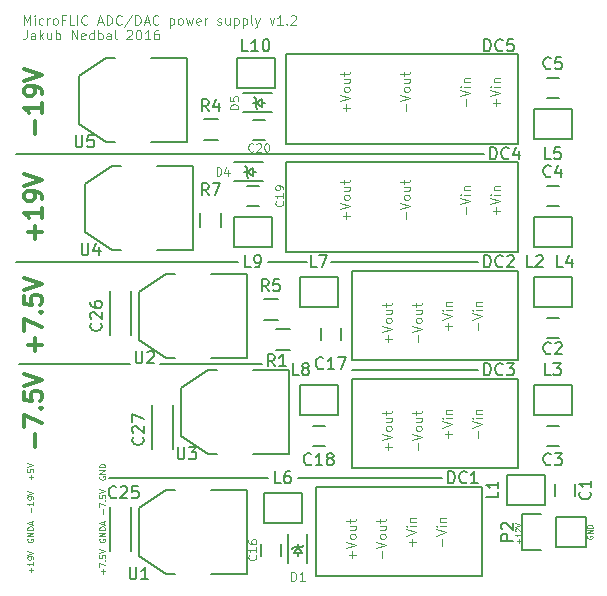
<source format=gto>
G04 #@! TF.FileFunction,Legend,Top*
%FSLAX46Y46*%
G04 Gerber Fmt 4.6, Leading zero omitted, Abs format (unit mm)*
G04 Created by KiCad (PCBNEW 4.0.1-3.201512221402+6198~38~ubuntu14.04.1-stable) date Thu 18 Feb 2016 18:05:38 GMT*
%MOMM*%
G01*
G04 APERTURE LIST*
%ADD10C,0.100000*%
%ADD11C,0.120000*%
%ADD12C,0.300000*%
%ADD13C,0.200000*%
%ADD14C,0.150000*%
%ADD15C,0.110000*%
G04 APERTURE END LIST*
D10*
X143415143Y-146207856D02*
X143415143Y-145864999D01*
X143586571Y-146036428D02*
X143243714Y-146036428D01*
X143586571Y-145414999D02*
X143586571Y-145672142D01*
X143586571Y-145543570D02*
X143136571Y-145543570D01*
X143200857Y-145586427D01*
X143243714Y-145629285D01*
X143265143Y-145672142D01*
X143179429Y-145243571D02*
X143158000Y-145222142D01*
X143136571Y-145179285D01*
X143136571Y-145072142D01*
X143158000Y-145029285D01*
X143179429Y-145007856D01*
X143222286Y-144986428D01*
X143265143Y-144986428D01*
X143329429Y-145007856D01*
X143586571Y-145264999D01*
X143586571Y-144986428D01*
X143136571Y-144857857D02*
X143586571Y-144707857D01*
X143136571Y-144557857D01*
X149254000Y-145630857D02*
X149232571Y-145673714D01*
X149232571Y-145738000D01*
X149254000Y-145802285D01*
X149296857Y-145845143D01*
X149339714Y-145866571D01*
X149425429Y-145888000D01*
X149489714Y-145888000D01*
X149575429Y-145866571D01*
X149618286Y-145845143D01*
X149661143Y-145802285D01*
X149682571Y-145738000D01*
X149682571Y-145695143D01*
X149661143Y-145630857D01*
X149639714Y-145609428D01*
X149489714Y-145609428D01*
X149489714Y-145695143D01*
X149682571Y-145416571D02*
X149232571Y-145416571D01*
X149682571Y-145159428D01*
X149232571Y-145159428D01*
X149682571Y-144945142D02*
X149232571Y-144945142D01*
X149232571Y-144837999D01*
X149254000Y-144773714D01*
X149296857Y-144730856D01*
X149339714Y-144709428D01*
X149425429Y-144687999D01*
X149489714Y-144687999D01*
X149575429Y-144709428D01*
X149618286Y-144730856D01*
X149661143Y-144773714D01*
X149682571Y-144837999D01*
X149682571Y-144945142D01*
X102143714Y-140850856D02*
X102143714Y-140469904D01*
X102334190Y-140660380D02*
X101953238Y-140660380D01*
X101834190Y-139993713D02*
X101834190Y-140231808D01*
X102072286Y-140255618D01*
X102048476Y-140231808D01*
X102024667Y-140184189D01*
X102024667Y-140065142D01*
X102048476Y-140017523D01*
X102072286Y-139993713D01*
X102119905Y-139969904D01*
X102238952Y-139969904D01*
X102286571Y-139993713D01*
X102310381Y-140017523D01*
X102334190Y-140065142D01*
X102334190Y-140184189D01*
X102310381Y-140231808D01*
X102286571Y-140255618D01*
X101834190Y-139827047D02*
X102334190Y-139660380D01*
X101834190Y-139493714D01*
X102143714Y-143628951D02*
X102143714Y-143247999D01*
X102334190Y-142747999D02*
X102334190Y-143033713D01*
X102334190Y-142890856D02*
X101834190Y-142890856D01*
X101905619Y-142938475D01*
X101953238Y-142986094D01*
X101977048Y-143033713D01*
X102334190Y-142509904D02*
X102334190Y-142414666D01*
X102310381Y-142367047D01*
X102286571Y-142343237D01*
X102215143Y-142295618D01*
X102119905Y-142271809D01*
X101929429Y-142271809D01*
X101881810Y-142295618D01*
X101858000Y-142319428D01*
X101834190Y-142367047D01*
X101834190Y-142462285D01*
X101858000Y-142509904D01*
X101881810Y-142533713D01*
X101929429Y-142557523D01*
X102048476Y-142557523D01*
X102096095Y-142533713D01*
X102119905Y-142509904D01*
X102143714Y-142462285D01*
X102143714Y-142367047D01*
X102119905Y-142319428D01*
X102096095Y-142295618D01*
X102048476Y-142271809D01*
X101834190Y-142128952D02*
X102334190Y-141962285D01*
X101834190Y-141795619D01*
X107954000Y-145883238D02*
X107930190Y-145930857D01*
X107930190Y-146002285D01*
X107954000Y-146073714D01*
X108001619Y-146121333D01*
X108049238Y-146145142D01*
X108144476Y-146168952D01*
X108215905Y-146168952D01*
X108311143Y-146145142D01*
X108358762Y-146121333D01*
X108406381Y-146073714D01*
X108430190Y-146002285D01*
X108430190Y-145954666D01*
X108406381Y-145883238D01*
X108382571Y-145859428D01*
X108215905Y-145859428D01*
X108215905Y-145954666D01*
X108430190Y-145645142D02*
X107930190Y-145645142D01*
X108430190Y-145359428D01*
X107930190Y-145359428D01*
X108430190Y-145121332D02*
X107930190Y-145121332D01*
X107930190Y-145002285D01*
X107954000Y-144930856D01*
X108001619Y-144883237D01*
X108049238Y-144859428D01*
X108144476Y-144835618D01*
X108215905Y-144835618D01*
X108311143Y-144859428D01*
X108358762Y-144883237D01*
X108406381Y-144930856D01*
X108430190Y-145002285D01*
X108430190Y-145121332D01*
X108287333Y-144645142D02*
X108287333Y-144407047D01*
X108430190Y-144692761D02*
X107930190Y-144526094D01*
X108430190Y-144359428D01*
X102143714Y-148708951D02*
X102143714Y-148327999D01*
X102334190Y-148518475D02*
X101953238Y-148518475D01*
X102334190Y-147827999D02*
X102334190Y-148113713D01*
X102334190Y-147970856D02*
X101834190Y-147970856D01*
X101905619Y-148018475D01*
X101953238Y-148066094D01*
X101977048Y-148113713D01*
X102334190Y-147589904D02*
X102334190Y-147494666D01*
X102310381Y-147447047D01*
X102286571Y-147423237D01*
X102215143Y-147375618D01*
X102119905Y-147351809D01*
X101929429Y-147351809D01*
X101881810Y-147375618D01*
X101858000Y-147399428D01*
X101834190Y-147447047D01*
X101834190Y-147542285D01*
X101858000Y-147589904D01*
X101881810Y-147613713D01*
X101929429Y-147637523D01*
X102048476Y-147637523D01*
X102096095Y-147613713D01*
X102119905Y-147589904D01*
X102143714Y-147542285D01*
X102143714Y-147447047D01*
X102119905Y-147399428D01*
X102096095Y-147375618D01*
X102048476Y-147351809D01*
X101834190Y-147208952D02*
X102334190Y-147042285D01*
X101834190Y-146875619D01*
X108239714Y-148827999D02*
X108239714Y-148447047D01*
X108430190Y-148637523D02*
X108049238Y-148637523D01*
X107930190Y-148256570D02*
X107930190Y-147923237D01*
X108430190Y-148137523D01*
X108382571Y-147732761D02*
X108406381Y-147708952D01*
X108430190Y-147732761D01*
X108406381Y-147756571D01*
X108382571Y-147732761D01*
X108430190Y-147732761D01*
X107930190Y-147256571D02*
X107930190Y-147494666D01*
X108168286Y-147518476D01*
X108144476Y-147494666D01*
X108120667Y-147447047D01*
X108120667Y-147328000D01*
X108144476Y-147280381D01*
X108168286Y-147256571D01*
X108215905Y-147232762D01*
X108334952Y-147232762D01*
X108382571Y-147256571D01*
X108406381Y-147280381D01*
X108430190Y-147328000D01*
X108430190Y-147447047D01*
X108406381Y-147494666D01*
X108382571Y-147518476D01*
X107930190Y-147089905D02*
X108430190Y-146923238D01*
X107930190Y-146756572D01*
X101858000Y-145883238D02*
X101834190Y-145930857D01*
X101834190Y-146002285D01*
X101858000Y-146073714D01*
X101905619Y-146121333D01*
X101953238Y-146145142D01*
X102048476Y-146168952D01*
X102119905Y-146168952D01*
X102215143Y-146145142D01*
X102262762Y-146121333D01*
X102310381Y-146073714D01*
X102334190Y-146002285D01*
X102334190Y-145954666D01*
X102310381Y-145883238D01*
X102286571Y-145859428D01*
X102119905Y-145859428D01*
X102119905Y-145954666D01*
X102334190Y-145645142D02*
X101834190Y-145645142D01*
X102334190Y-145359428D01*
X101834190Y-145359428D01*
X102334190Y-145121332D02*
X101834190Y-145121332D01*
X101834190Y-145002285D01*
X101858000Y-144930856D01*
X101905619Y-144883237D01*
X101953238Y-144859428D01*
X102048476Y-144835618D01*
X102119905Y-144835618D01*
X102215143Y-144859428D01*
X102262762Y-144883237D01*
X102310381Y-144930856D01*
X102334190Y-145002285D01*
X102334190Y-145121332D01*
X102191333Y-144645142D02*
X102191333Y-144407047D01*
X102334190Y-144692761D02*
X101834190Y-144526094D01*
X102334190Y-144359428D01*
X108239714Y-143747999D02*
X108239714Y-143367047D01*
X107930190Y-143176570D02*
X107930190Y-142843237D01*
X108430190Y-143057523D01*
X108382571Y-142652761D02*
X108406381Y-142628952D01*
X108430190Y-142652761D01*
X108406381Y-142676571D01*
X108382571Y-142652761D01*
X108430190Y-142652761D01*
X107930190Y-142176571D02*
X107930190Y-142414666D01*
X108168286Y-142438476D01*
X108144476Y-142414666D01*
X108120667Y-142367047D01*
X108120667Y-142248000D01*
X108144476Y-142200381D01*
X108168286Y-142176571D01*
X108215905Y-142152762D01*
X108334952Y-142152762D01*
X108382571Y-142176571D01*
X108406381Y-142200381D01*
X108430190Y-142248000D01*
X108430190Y-142367047D01*
X108406381Y-142414666D01*
X108382571Y-142438476D01*
X107930190Y-142009905D02*
X108430190Y-141843238D01*
X107930190Y-141676572D01*
X107954000Y-140588953D02*
X107930190Y-140636572D01*
X107930190Y-140708000D01*
X107954000Y-140779429D01*
X108001619Y-140827048D01*
X108049238Y-140850857D01*
X108144476Y-140874667D01*
X108215905Y-140874667D01*
X108311143Y-140850857D01*
X108358762Y-140827048D01*
X108406381Y-140779429D01*
X108430190Y-140708000D01*
X108430190Y-140660381D01*
X108406381Y-140588953D01*
X108382571Y-140565143D01*
X108215905Y-140565143D01*
X108215905Y-140660381D01*
X108430190Y-140350857D02*
X107930190Y-140350857D01*
X108430190Y-140065143D01*
X107930190Y-140065143D01*
X108430190Y-139827047D02*
X107930190Y-139827047D01*
X107930190Y-139708000D01*
X107954000Y-139636571D01*
X108001619Y-139588952D01*
X108049238Y-139565143D01*
X108144476Y-139541333D01*
X108215905Y-139541333D01*
X108311143Y-139565143D01*
X108358762Y-139588952D01*
X108406381Y-139636571D01*
X108430190Y-139708000D01*
X108430190Y-139827047D01*
D11*
X101536476Y-102357905D02*
X101536476Y-101557905D01*
X101803143Y-102129333D01*
X102069810Y-101557905D01*
X102069810Y-102357905D01*
X102450762Y-102357905D02*
X102450762Y-101824571D01*
X102450762Y-101557905D02*
X102412667Y-101596000D01*
X102450762Y-101634095D01*
X102488857Y-101596000D01*
X102450762Y-101557905D01*
X102450762Y-101634095D01*
X103174571Y-102319810D02*
X103098381Y-102357905D01*
X102946000Y-102357905D01*
X102869809Y-102319810D01*
X102831714Y-102281714D01*
X102793619Y-102205524D01*
X102793619Y-101976952D01*
X102831714Y-101900762D01*
X102869809Y-101862667D01*
X102946000Y-101824571D01*
X103098381Y-101824571D01*
X103174571Y-101862667D01*
X103517428Y-102357905D02*
X103517428Y-101824571D01*
X103517428Y-101976952D02*
X103555523Y-101900762D01*
X103593619Y-101862667D01*
X103669809Y-101824571D01*
X103746000Y-101824571D01*
X104126952Y-102357905D02*
X104050761Y-102319810D01*
X104012666Y-102281714D01*
X103974571Y-102205524D01*
X103974571Y-101976952D01*
X104012666Y-101900762D01*
X104050761Y-101862667D01*
X104126952Y-101824571D01*
X104241238Y-101824571D01*
X104317428Y-101862667D01*
X104355523Y-101900762D01*
X104393619Y-101976952D01*
X104393619Y-102205524D01*
X104355523Y-102281714D01*
X104317428Y-102319810D01*
X104241238Y-102357905D01*
X104126952Y-102357905D01*
X105003143Y-101938857D02*
X104736476Y-101938857D01*
X104736476Y-102357905D02*
X104736476Y-101557905D01*
X105117429Y-101557905D01*
X105803143Y-102357905D02*
X105422190Y-102357905D01*
X105422190Y-101557905D01*
X106069809Y-102357905D02*
X106069809Y-101557905D01*
X106907904Y-102281714D02*
X106869809Y-102319810D01*
X106755523Y-102357905D01*
X106679333Y-102357905D01*
X106565047Y-102319810D01*
X106488856Y-102243619D01*
X106450761Y-102167429D01*
X106412666Y-102015048D01*
X106412666Y-101900762D01*
X106450761Y-101748381D01*
X106488856Y-101672190D01*
X106565047Y-101596000D01*
X106679333Y-101557905D01*
X106755523Y-101557905D01*
X106869809Y-101596000D01*
X106907904Y-101634095D01*
X107822190Y-102129333D02*
X108203142Y-102129333D01*
X107745999Y-102357905D02*
X108012666Y-101557905D01*
X108279333Y-102357905D01*
X108545999Y-102357905D02*
X108545999Y-101557905D01*
X108736475Y-101557905D01*
X108850761Y-101596000D01*
X108926952Y-101672190D01*
X108965047Y-101748381D01*
X109003142Y-101900762D01*
X109003142Y-102015048D01*
X108965047Y-102167429D01*
X108926952Y-102243619D01*
X108850761Y-102319810D01*
X108736475Y-102357905D01*
X108545999Y-102357905D01*
X109803142Y-102281714D02*
X109765047Y-102319810D01*
X109650761Y-102357905D01*
X109574571Y-102357905D01*
X109460285Y-102319810D01*
X109384094Y-102243619D01*
X109345999Y-102167429D01*
X109307904Y-102015048D01*
X109307904Y-101900762D01*
X109345999Y-101748381D01*
X109384094Y-101672190D01*
X109460285Y-101596000D01*
X109574571Y-101557905D01*
X109650761Y-101557905D01*
X109765047Y-101596000D01*
X109803142Y-101634095D01*
X110717428Y-101519810D02*
X110031713Y-102548381D01*
X110984094Y-102357905D02*
X110984094Y-101557905D01*
X111174570Y-101557905D01*
X111288856Y-101596000D01*
X111365047Y-101672190D01*
X111403142Y-101748381D01*
X111441237Y-101900762D01*
X111441237Y-102015048D01*
X111403142Y-102167429D01*
X111365047Y-102243619D01*
X111288856Y-102319810D01*
X111174570Y-102357905D01*
X110984094Y-102357905D01*
X111745999Y-102129333D02*
X112126951Y-102129333D01*
X111669808Y-102357905D02*
X111936475Y-101557905D01*
X112203142Y-102357905D01*
X112926951Y-102281714D02*
X112888856Y-102319810D01*
X112774570Y-102357905D01*
X112698380Y-102357905D01*
X112584094Y-102319810D01*
X112507903Y-102243619D01*
X112469808Y-102167429D01*
X112431713Y-102015048D01*
X112431713Y-101900762D01*
X112469808Y-101748381D01*
X112507903Y-101672190D01*
X112584094Y-101596000D01*
X112698380Y-101557905D01*
X112774570Y-101557905D01*
X112888856Y-101596000D01*
X112926951Y-101634095D01*
X113879332Y-101824571D02*
X113879332Y-102624571D01*
X113879332Y-101862667D02*
X113955523Y-101824571D01*
X114107904Y-101824571D01*
X114184094Y-101862667D01*
X114222189Y-101900762D01*
X114260285Y-101976952D01*
X114260285Y-102205524D01*
X114222189Y-102281714D01*
X114184094Y-102319810D01*
X114107904Y-102357905D01*
X113955523Y-102357905D01*
X113879332Y-102319810D01*
X114717428Y-102357905D02*
X114641237Y-102319810D01*
X114603142Y-102281714D01*
X114565047Y-102205524D01*
X114565047Y-101976952D01*
X114603142Y-101900762D01*
X114641237Y-101862667D01*
X114717428Y-101824571D01*
X114831714Y-101824571D01*
X114907904Y-101862667D01*
X114945999Y-101900762D01*
X114984095Y-101976952D01*
X114984095Y-102205524D01*
X114945999Y-102281714D01*
X114907904Y-102319810D01*
X114831714Y-102357905D01*
X114717428Y-102357905D01*
X115250762Y-101824571D02*
X115403143Y-102357905D01*
X115555524Y-101976952D01*
X115707905Y-102357905D01*
X115860286Y-101824571D01*
X116469809Y-102319810D02*
X116393619Y-102357905D01*
X116241238Y-102357905D01*
X116165047Y-102319810D01*
X116126952Y-102243619D01*
X116126952Y-101938857D01*
X116165047Y-101862667D01*
X116241238Y-101824571D01*
X116393619Y-101824571D01*
X116469809Y-101862667D01*
X116507904Y-101938857D01*
X116507904Y-102015048D01*
X116126952Y-102091238D01*
X116850761Y-102357905D02*
X116850761Y-101824571D01*
X116850761Y-101976952D02*
X116888856Y-101900762D01*
X116926952Y-101862667D01*
X117003142Y-101824571D01*
X117079333Y-101824571D01*
X117917428Y-102319810D02*
X117993618Y-102357905D01*
X118145999Y-102357905D01*
X118222190Y-102319810D01*
X118260285Y-102243619D01*
X118260285Y-102205524D01*
X118222190Y-102129333D01*
X118145999Y-102091238D01*
X118031714Y-102091238D01*
X117955523Y-102053143D01*
X117917428Y-101976952D01*
X117917428Y-101938857D01*
X117955523Y-101862667D01*
X118031714Y-101824571D01*
X118145999Y-101824571D01*
X118222190Y-101862667D01*
X118945999Y-101824571D02*
X118945999Y-102357905D01*
X118603142Y-101824571D02*
X118603142Y-102243619D01*
X118641237Y-102319810D01*
X118717428Y-102357905D01*
X118831714Y-102357905D01*
X118907904Y-102319810D01*
X118945999Y-102281714D01*
X119326952Y-101824571D02*
X119326952Y-102624571D01*
X119326952Y-101862667D02*
X119403143Y-101824571D01*
X119555524Y-101824571D01*
X119631714Y-101862667D01*
X119669809Y-101900762D01*
X119707905Y-101976952D01*
X119707905Y-102205524D01*
X119669809Y-102281714D01*
X119631714Y-102319810D01*
X119555524Y-102357905D01*
X119403143Y-102357905D01*
X119326952Y-102319810D01*
X120050762Y-101824571D02*
X120050762Y-102624571D01*
X120050762Y-101862667D02*
X120126953Y-101824571D01*
X120279334Y-101824571D01*
X120355524Y-101862667D01*
X120393619Y-101900762D01*
X120431715Y-101976952D01*
X120431715Y-102205524D01*
X120393619Y-102281714D01*
X120355524Y-102319810D01*
X120279334Y-102357905D01*
X120126953Y-102357905D01*
X120050762Y-102319810D01*
X120888858Y-102357905D02*
X120812667Y-102319810D01*
X120774572Y-102243619D01*
X120774572Y-101557905D01*
X121117430Y-101824571D02*
X121307906Y-102357905D01*
X121498382Y-101824571D02*
X121307906Y-102357905D01*
X121231715Y-102548381D01*
X121193620Y-102586476D01*
X121117430Y-102624571D01*
X122336478Y-101824571D02*
X122526954Y-102357905D01*
X122717430Y-101824571D01*
X123441240Y-102357905D02*
X122984097Y-102357905D01*
X123212668Y-102357905D02*
X123212668Y-101557905D01*
X123136478Y-101672190D01*
X123060287Y-101748381D01*
X122984097Y-101786476D01*
X123784097Y-102281714D02*
X123822192Y-102319810D01*
X123784097Y-102357905D01*
X123746002Y-102319810D01*
X123784097Y-102281714D01*
X123784097Y-102357905D01*
X124126954Y-101634095D02*
X124165049Y-101596000D01*
X124241240Y-101557905D01*
X124431716Y-101557905D01*
X124507906Y-101596000D01*
X124546002Y-101634095D01*
X124584097Y-101710286D01*
X124584097Y-101786476D01*
X124546002Y-101900762D01*
X124088859Y-102357905D01*
X124584097Y-102357905D01*
X101765048Y-102797905D02*
X101765048Y-103369333D01*
X101726952Y-103483619D01*
X101650762Y-103559810D01*
X101536476Y-103597905D01*
X101460286Y-103597905D01*
X102488857Y-103597905D02*
X102488857Y-103178857D01*
X102450762Y-103102667D01*
X102374572Y-103064571D01*
X102222191Y-103064571D01*
X102146000Y-103102667D01*
X102488857Y-103559810D02*
X102412667Y-103597905D01*
X102222191Y-103597905D01*
X102146000Y-103559810D01*
X102107905Y-103483619D01*
X102107905Y-103407429D01*
X102146000Y-103331238D01*
X102222191Y-103293143D01*
X102412667Y-103293143D01*
X102488857Y-103255048D01*
X102869810Y-103597905D02*
X102869810Y-102797905D01*
X102946001Y-103293143D02*
X103174572Y-103597905D01*
X103174572Y-103064571D02*
X102869810Y-103369333D01*
X103860286Y-103064571D02*
X103860286Y-103597905D01*
X103517429Y-103064571D02*
X103517429Y-103483619D01*
X103555524Y-103559810D01*
X103631715Y-103597905D01*
X103746001Y-103597905D01*
X103822191Y-103559810D01*
X103860286Y-103521714D01*
X104241239Y-103597905D02*
X104241239Y-102797905D01*
X104241239Y-103102667D02*
X104317430Y-103064571D01*
X104469811Y-103064571D01*
X104546001Y-103102667D01*
X104584096Y-103140762D01*
X104622192Y-103216952D01*
X104622192Y-103445524D01*
X104584096Y-103521714D01*
X104546001Y-103559810D01*
X104469811Y-103597905D01*
X104317430Y-103597905D01*
X104241239Y-103559810D01*
X105574573Y-103597905D02*
X105574573Y-102797905D01*
X106031716Y-103597905D01*
X106031716Y-102797905D01*
X106717430Y-103559810D02*
X106641240Y-103597905D01*
X106488859Y-103597905D01*
X106412668Y-103559810D01*
X106374573Y-103483619D01*
X106374573Y-103178857D01*
X106412668Y-103102667D01*
X106488859Y-103064571D01*
X106641240Y-103064571D01*
X106717430Y-103102667D01*
X106755525Y-103178857D01*
X106755525Y-103255048D01*
X106374573Y-103331238D01*
X107441239Y-103597905D02*
X107441239Y-102797905D01*
X107441239Y-103559810D02*
X107365049Y-103597905D01*
X107212668Y-103597905D01*
X107136477Y-103559810D01*
X107098382Y-103521714D01*
X107060287Y-103445524D01*
X107060287Y-103216952D01*
X107098382Y-103140762D01*
X107136477Y-103102667D01*
X107212668Y-103064571D01*
X107365049Y-103064571D01*
X107441239Y-103102667D01*
X107822192Y-103597905D02*
X107822192Y-102797905D01*
X107822192Y-103102667D02*
X107898383Y-103064571D01*
X108050764Y-103064571D01*
X108126954Y-103102667D01*
X108165049Y-103140762D01*
X108203145Y-103216952D01*
X108203145Y-103445524D01*
X108165049Y-103521714D01*
X108126954Y-103559810D01*
X108050764Y-103597905D01*
X107898383Y-103597905D01*
X107822192Y-103559810D01*
X108888859Y-103597905D02*
X108888859Y-103178857D01*
X108850764Y-103102667D01*
X108774574Y-103064571D01*
X108622193Y-103064571D01*
X108546002Y-103102667D01*
X108888859Y-103559810D02*
X108812669Y-103597905D01*
X108622193Y-103597905D01*
X108546002Y-103559810D01*
X108507907Y-103483619D01*
X108507907Y-103407429D01*
X108546002Y-103331238D01*
X108622193Y-103293143D01*
X108812669Y-103293143D01*
X108888859Y-103255048D01*
X109384098Y-103597905D02*
X109307907Y-103559810D01*
X109269812Y-103483619D01*
X109269812Y-102797905D01*
X110260289Y-102874095D02*
X110298384Y-102836000D01*
X110374575Y-102797905D01*
X110565051Y-102797905D01*
X110641241Y-102836000D01*
X110679337Y-102874095D01*
X110717432Y-102950286D01*
X110717432Y-103026476D01*
X110679337Y-103140762D01*
X110222194Y-103597905D01*
X110717432Y-103597905D01*
X111212670Y-102797905D02*
X111288861Y-102797905D01*
X111365051Y-102836000D01*
X111403146Y-102874095D01*
X111441242Y-102950286D01*
X111479337Y-103102667D01*
X111479337Y-103293143D01*
X111441242Y-103445524D01*
X111403146Y-103521714D01*
X111365051Y-103559810D01*
X111288861Y-103597905D01*
X111212670Y-103597905D01*
X111136480Y-103559810D01*
X111098384Y-103521714D01*
X111060289Y-103445524D01*
X111022194Y-103293143D01*
X111022194Y-103102667D01*
X111060289Y-102950286D01*
X111098384Y-102874095D01*
X111136480Y-102836000D01*
X111212670Y-102797905D01*
X112241242Y-103597905D02*
X111784099Y-103597905D01*
X112012670Y-103597905D02*
X112012670Y-102797905D01*
X111936480Y-102912190D01*
X111860289Y-102988381D01*
X111784099Y-103026476D01*
X112926956Y-102797905D02*
X112774575Y-102797905D01*
X112698385Y-102836000D01*
X112660290Y-102874095D01*
X112584099Y-102988381D01*
X112546004Y-103140762D01*
X112546004Y-103445524D01*
X112584099Y-103521714D01*
X112622194Y-103559810D01*
X112698385Y-103597905D01*
X112850766Y-103597905D01*
X112926956Y-103559810D01*
X112965052Y-103521714D01*
X113003147Y-103445524D01*
X113003147Y-103255048D01*
X112965052Y-103178857D01*
X112926956Y-103140762D01*
X112850766Y-103102667D01*
X112698385Y-103102667D01*
X112622194Y-103140762D01*
X112584099Y-103178857D01*
X112546004Y-103255048D01*
D12*
X102469143Y-111608856D02*
X102469143Y-110465999D01*
X103040571Y-108965999D02*
X103040571Y-109823142D01*
X103040571Y-109394570D02*
X101540571Y-109394570D01*
X101754857Y-109537427D01*
X101897714Y-109680285D01*
X101969143Y-109823142D01*
X103040571Y-108251714D02*
X103040571Y-107965999D01*
X102969143Y-107823142D01*
X102897714Y-107751714D01*
X102683429Y-107608856D01*
X102397714Y-107537428D01*
X101826286Y-107537428D01*
X101683429Y-107608856D01*
X101612000Y-107680285D01*
X101540571Y-107823142D01*
X101540571Y-108108856D01*
X101612000Y-108251714D01*
X101683429Y-108323142D01*
X101826286Y-108394571D01*
X102183429Y-108394571D01*
X102326286Y-108323142D01*
X102397714Y-108251714D01*
X102469143Y-108108856D01*
X102469143Y-107823142D01*
X102397714Y-107680285D01*
X102326286Y-107608856D01*
X102183429Y-107537428D01*
X101540571Y-107108857D02*
X103040571Y-106608857D01*
X101540571Y-106108857D01*
X102469143Y-120498856D02*
X102469143Y-119355999D01*
X103040571Y-119927428D02*
X101897714Y-119927428D01*
X103040571Y-117855999D02*
X103040571Y-118713142D01*
X103040571Y-118284570D02*
X101540571Y-118284570D01*
X101754857Y-118427427D01*
X101897714Y-118570285D01*
X101969143Y-118713142D01*
X103040571Y-117141714D02*
X103040571Y-116855999D01*
X102969143Y-116713142D01*
X102897714Y-116641714D01*
X102683429Y-116498856D01*
X102397714Y-116427428D01*
X101826286Y-116427428D01*
X101683429Y-116498856D01*
X101612000Y-116570285D01*
X101540571Y-116713142D01*
X101540571Y-116998856D01*
X101612000Y-117141714D01*
X101683429Y-117213142D01*
X101826286Y-117284571D01*
X102183429Y-117284571D01*
X102326286Y-117213142D01*
X102397714Y-117141714D01*
X102469143Y-116998856D01*
X102469143Y-116713142D01*
X102397714Y-116570285D01*
X102326286Y-116498856D01*
X102183429Y-116427428D01*
X101540571Y-115998857D02*
X103040571Y-115498857D01*
X101540571Y-114998857D01*
X102469143Y-129999999D02*
X102469143Y-128857142D01*
X103040571Y-129428571D02*
X101897714Y-129428571D01*
X101540571Y-128285713D02*
X101540571Y-127285713D01*
X103040571Y-127928570D01*
X102897714Y-126714285D02*
X102969143Y-126642857D01*
X103040571Y-126714285D01*
X102969143Y-126785714D01*
X102897714Y-126714285D01*
X103040571Y-126714285D01*
X101540571Y-125285713D02*
X101540571Y-125999999D01*
X102254857Y-126071428D01*
X102183429Y-125999999D01*
X102112000Y-125857142D01*
X102112000Y-125499999D01*
X102183429Y-125357142D01*
X102254857Y-125285713D01*
X102397714Y-125214285D01*
X102754857Y-125214285D01*
X102897714Y-125285713D01*
X102969143Y-125357142D01*
X103040571Y-125499999D01*
X103040571Y-125857142D01*
X102969143Y-125999999D01*
X102897714Y-126071428D01*
X101540571Y-124785714D02*
X103040571Y-124285714D01*
X101540571Y-123785714D01*
X102469143Y-138127999D02*
X102469143Y-136985142D01*
X101540571Y-136413713D02*
X101540571Y-135413713D01*
X103040571Y-136056570D01*
X102897714Y-134842285D02*
X102969143Y-134770857D01*
X103040571Y-134842285D01*
X102969143Y-134913714D01*
X102897714Y-134842285D01*
X103040571Y-134842285D01*
X101540571Y-133413713D02*
X101540571Y-134127999D01*
X102254857Y-134199428D01*
X102183429Y-134127999D01*
X102112000Y-133985142D01*
X102112000Y-133627999D01*
X102183429Y-133485142D01*
X102254857Y-133413713D01*
X102397714Y-133342285D01*
X102754857Y-133342285D01*
X102897714Y-133413713D01*
X102969143Y-133485142D01*
X103040571Y-133627999D01*
X103040571Y-133985142D01*
X102969143Y-134127999D01*
X102897714Y-134199428D01*
X101540571Y-132913714D02*
X103040571Y-132413714D01*
X101540571Y-131913714D01*
D13*
X122174000Y-140716000D02*
X108712000Y-140716000D01*
X136906000Y-140716000D02*
X124714000Y-140716000D01*
X139954000Y-131572000D02*
X129286000Y-131572000D01*
X110490000Y-131064000D02*
X101092000Y-131064000D01*
X121666000Y-131064000D02*
X113030000Y-131064000D01*
X119634000Y-122428000D02*
X100838000Y-122428000D01*
X125476000Y-122428000D02*
X122174000Y-122428000D01*
X139954000Y-122428000D02*
X127508000Y-122428000D01*
X140462000Y-113284000D02*
X100838000Y-113284000D01*
D14*
X148170000Y-142232000D02*
X148170000Y-141232000D01*
X146470000Y-141232000D02*
X146470000Y-142232000D01*
X145804000Y-128866000D02*
X146804000Y-128866000D01*
X146804000Y-127166000D02*
X145804000Y-127166000D01*
X145804000Y-138010000D02*
X146804000Y-138010000D01*
X146804000Y-136310000D02*
X145804000Y-136310000D01*
X145804000Y-117690000D02*
X146804000Y-117690000D01*
X146804000Y-115990000D02*
X145804000Y-115990000D01*
X145804000Y-108546000D02*
X146804000Y-108546000D01*
X146804000Y-106846000D02*
X145804000Y-106846000D01*
X123278000Y-147312000D02*
X123278000Y-146312000D01*
X121578000Y-146312000D02*
X121578000Y-147312000D01*
X128358000Y-129024000D02*
X128358000Y-128024000D01*
X126658000Y-128024000D02*
X126658000Y-129024000D01*
X126992000Y-136310000D02*
X125992000Y-136310000D01*
X125992000Y-138010000D02*
X126992000Y-138010000D01*
X121404000Y-115990000D02*
X120404000Y-115990000D01*
X120404000Y-117690000D02*
X121404000Y-117690000D01*
X121912000Y-110402000D02*
X120912000Y-110402000D01*
X120912000Y-112102000D02*
X121912000Y-112102000D01*
X108828000Y-146888000D02*
X108828000Y-143188000D01*
X110628000Y-146888000D02*
X110628000Y-143188000D01*
X112384000Y-138252000D02*
X112384000Y-134552000D01*
X114184000Y-138252000D02*
X114184000Y-134552000D01*
X140286000Y-148998000D02*
X126286000Y-148998000D01*
X126286000Y-141498000D02*
X126286000Y-148998000D01*
X140286000Y-141498000D02*
X126286000Y-141498000D01*
X140286000Y-148998000D02*
X140286000Y-141498000D01*
X143334000Y-130710000D02*
X129334000Y-130710000D01*
X129334000Y-123210000D02*
X129334000Y-130710000D01*
X143334000Y-123210000D02*
X129334000Y-123210000D01*
X143334000Y-130710000D02*
X143334000Y-123210000D01*
X143334000Y-139854000D02*
X129334000Y-139854000D01*
X129334000Y-132354000D02*
X129334000Y-139854000D01*
X143334000Y-132354000D02*
X129334000Y-132354000D01*
X143334000Y-139854000D02*
X143334000Y-132354000D01*
X143408000Y-113971000D02*
X123758000Y-113971000D01*
X123758000Y-121621000D02*
X123758000Y-113971000D01*
X143408000Y-121621000D02*
X123758000Y-121621000D01*
X143408000Y-121621000D02*
X143408000Y-113971000D01*
X143408000Y-104827000D02*
X123758000Y-104827000D01*
X123758000Y-112477000D02*
X123758000Y-104827000D01*
X143408000Y-112477000D02*
X123758000Y-112477000D01*
X143408000Y-112477000D02*
X143408000Y-104827000D01*
X142418000Y-140482000D02*
X145618000Y-140482000D01*
X145618000Y-140482000D02*
X145618000Y-142982000D01*
X145618000Y-142982000D02*
X142418000Y-142982000D01*
X142418000Y-142982000D02*
X142418000Y-140482000D01*
X144704000Y-123718000D02*
X147904000Y-123718000D01*
X147904000Y-123718000D02*
X147904000Y-126218000D01*
X147904000Y-126218000D02*
X144704000Y-126218000D01*
X144704000Y-126218000D02*
X144704000Y-123718000D01*
X144704000Y-132862000D02*
X147904000Y-132862000D01*
X147904000Y-132862000D02*
X147904000Y-135362000D01*
X147904000Y-135362000D02*
X144704000Y-135362000D01*
X144704000Y-135362000D02*
X144704000Y-132862000D01*
X144704000Y-118638000D02*
X147904000Y-118638000D01*
X147904000Y-118638000D02*
X147904000Y-121138000D01*
X147904000Y-121138000D02*
X144704000Y-121138000D01*
X144704000Y-121138000D02*
X144704000Y-118638000D01*
X144704000Y-109494000D02*
X147904000Y-109494000D01*
X147904000Y-109494000D02*
X147904000Y-111994000D01*
X147904000Y-111994000D02*
X144704000Y-111994000D01*
X144704000Y-111994000D02*
X144704000Y-109494000D01*
X121844000Y-142006000D02*
X125044000Y-142006000D01*
X125044000Y-142006000D02*
X125044000Y-144506000D01*
X125044000Y-144506000D02*
X121844000Y-144506000D01*
X121844000Y-144506000D02*
X121844000Y-142006000D01*
X124892000Y-123718000D02*
X128092000Y-123718000D01*
X128092000Y-123718000D02*
X128092000Y-126218000D01*
X128092000Y-126218000D02*
X124892000Y-126218000D01*
X124892000Y-126218000D02*
X124892000Y-123718000D01*
X124892000Y-132862000D02*
X128092000Y-132862000D01*
X128092000Y-132862000D02*
X128092000Y-135362000D01*
X128092000Y-135362000D02*
X124892000Y-135362000D01*
X124892000Y-135362000D02*
X124892000Y-132862000D01*
X119304000Y-118638000D02*
X122504000Y-118638000D01*
X122504000Y-118638000D02*
X122504000Y-121138000D01*
X122504000Y-121138000D02*
X119304000Y-121138000D01*
X119304000Y-121138000D02*
X119304000Y-118638000D01*
X119558000Y-105176000D02*
X122758000Y-105176000D01*
X122758000Y-105176000D02*
X122758000Y-107676000D01*
X122758000Y-107676000D02*
X119558000Y-107676000D01*
X119558000Y-107676000D02*
X119558000Y-105176000D01*
X124044000Y-129907000D02*
X122844000Y-129907000D01*
X122844000Y-128157000D02*
X124044000Y-128157000D01*
X117948000Y-112127000D02*
X116748000Y-112127000D01*
X116748000Y-110377000D02*
X117948000Y-110377000D01*
X123028000Y-127367000D02*
X121828000Y-127367000D01*
X121828000Y-125617000D02*
X123028000Y-125617000D01*
X116473000Y-119472000D02*
X116473000Y-118272000D01*
X118223000Y-118272000D02*
X118223000Y-119472000D01*
X112776000Y-121412000D02*
X115824000Y-121412000D01*
X115824000Y-121412000D02*
X115824000Y-114300000D01*
X115824000Y-114300000D02*
X112776000Y-114300000D01*
X109728000Y-121412000D02*
X108966000Y-121412000D01*
X108966000Y-121412000D02*
X106680000Y-119888000D01*
X106680000Y-119888000D02*
X106680000Y-115824000D01*
X106680000Y-115824000D02*
X108966000Y-114300000D01*
X108966000Y-114300000D02*
X109728000Y-114300000D01*
X117348000Y-148844000D02*
X120396000Y-148844000D01*
X120396000Y-148844000D02*
X120396000Y-141732000D01*
X120396000Y-141732000D02*
X117348000Y-141732000D01*
X114300000Y-148844000D02*
X113538000Y-148844000D01*
X113538000Y-148844000D02*
X111252000Y-147320000D01*
X111252000Y-147320000D02*
X111252000Y-143256000D01*
X111252000Y-143256000D02*
X113538000Y-141732000D01*
X113538000Y-141732000D02*
X114300000Y-141732000D01*
X117348000Y-130556000D02*
X120396000Y-130556000D01*
X120396000Y-130556000D02*
X120396000Y-123444000D01*
X120396000Y-123444000D02*
X117348000Y-123444000D01*
X114300000Y-130556000D02*
X113538000Y-130556000D01*
X113538000Y-130556000D02*
X111252000Y-129032000D01*
X111252000Y-129032000D02*
X111252000Y-124968000D01*
X111252000Y-124968000D02*
X113538000Y-123444000D01*
X113538000Y-123444000D02*
X114300000Y-123444000D01*
X112268000Y-112268000D02*
X115316000Y-112268000D01*
X115316000Y-112268000D02*
X115316000Y-105156000D01*
X115316000Y-105156000D02*
X112268000Y-105156000D01*
X109220000Y-112268000D02*
X108458000Y-112268000D01*
X108458000Y-112268000D02*
X106172000Y-110744000D01*
X106172000Y-110744000D02*
X106172000Y-106680000D01*
X106172000Y-106680000D02*
X108458000Y-105156000D01*
X108458000Y-105156000D02*
X109220000Y-105156000D01*
X120904000Y-138684000D02*
X123952000Y-138684000D01*
X123952000Y-138684000D02*
X123952000Y-131572000D01*
X123952000Y-131572000D02*
X120904000Y-131572000D01*
X117856000Y-138684000D02*
X117094000Y-138684000D01*
X117094000Y-138684000D02*
X114808000Y-137160000D01*
X114808000Y-137160000D02*
X114808000Y-133096000D01*
X114808000Y-133096000D02*
X117094000Y-131572000D01*
X117094000Y-131572000D02*
X117856000Y-131572000D01*
X108828000Y-128600000D02*
X108828000Y-124900000D01*
X110628000Y-128600000D02*
X110628000Y-124900000D01*
X146558000Y-144018000D02*
X149098000Y-144018000D01*
X143738000Y-143738000D02*
X145288000Y-143738000D01*
X146558000Y-144018000D02*
X146558000Y-146558000D01*
X145288000Y-146838000D02*
X143738000Y-146838000D01*
X143738000Y-146838000D02*
X143738000Y-143738000D01*
X146558000Y-146558000D02*
X149098000Y-146558000D01*
X149098000Y-146558000D02*
X149098000Y-144018000D01*
X121162000Y-109316000D02*
X121312000Y-109466000D01*
X121012000Y-108466000D02*
X121162000Y-108616000D01*
X121662000Y-108966000D02*
X121912000Y-108966000D01*
X121162000Y-108966000D02*
X120912000Y-108966000D01*
X121162000Y-108966000D02*
X121662000Y-108616000D01*
X121662000Y-108616000D02*
X121662000Y-109316000D01*
X121662000Y-109316000D02*
X121162000Y-108966000D01*
X121162000Y-108616000D02*
X121162000Y-109316000D01*
X120112000Y-109766000D02*
X122512000Y-109766000D01*
X120112000Y-108166000D02*
X122512000Y-108166000D01*
X120400000Y-115158000D02*
X120550000Y-115308000D01*
X120250000Y-114308000D02*
X120400000Y-114458000D01*
X120900000Y-114808000D02*
X121150000Y-114808000D01*
X120400000Y-114808000D02*
X120150000Y-114808000D01*
X120400000Y-114808000D02*
X120900000Y-114458000D01*
X120900000Y-114458000D02*
X120900000Y-115158000D01*
X120900000Y-115158000D02*
X120400000Y-114808000D01*
X120400000Y-114458000D02*
X120400000Y-115158000D01*
X119350000Y-115608000D02*
X121750000Y-115608000D01*
X119350000Y-114008000D02*
X121750000Y-114008000D01*
X124364000Y-146562000D02*
X124214000Y-146712000D01*
X125214000Y-146412000D02*
X125064000Y-146562000D01*
X124714000Y-147062000D02*
X124714000Y-147312000D01*
X124714000Y-146562000D02*
X124714000Y-146312000D01*
X124714000Y-146562000D02*
X125064000Y-147062000D01*
X125064000Y-147062000D02*
X124364000Y-147062000D01*
X124364000Y-147062000D02*
X124714000Y-146562000D01*
X125064000Y-146562000D02*
X124364000Y-146562000D01*
X123914000Y-145512000D02*
X123914000Y-147912000D01*
X125514000Y-145512000D02*
X125514000Y-147912000D01*
X149455143Y-141898666D02*
X149502762Y-141946285D01*
X149550381Y-142089142D01*
X149550381Y-142184380D01*
X149502762Y-142327238D01*
X149407524Y-142422476D01*
X149312286Y-142470095D01*
X149121810Y-142517714D01*
X148978952Y-142517714D01*
X148788476Y-142470095D01*
X148693238Y-142422476D01*
X148598000Y-142327238D01*
X148550381Y-142184380D01*
X148550381Y-142089142D01*
X148598000Y-141946285D01*
X148645619Y-141898666D01*
X149550381Y-140946285D02*
X149550381Y-141517714D01*
X149550381Y-141232000D02*
X148550381Y-141232000D01*
X148693238Y-141327238D01*
X148788476Y-141422476D01*
X148836095Y-141517714D01*
X146137334Y-130151143D02*
X146089715Y-130198762D01*
X145946858Y-130246381D01*
X145851620Y-130246381D01*
X145708762Y-130198762D01*
X145613524Y-130103524D01*
X145565905Y-130008286D01*
X145518286Y-129817810D01*
X145518286Y-129674952D01*
X145565905Y-129484476D01*
X145613524Y-129389238D01*
X145708762Y-129294000D01*
X145851620Y-129246381D01*
X145946858Y-129246381D01*
X146089715Y-129294000D01*
X146137334Y-129341619D01*
X146518286Y-129341619D02*
X146565905Y-129294000D01*
X146661143Y-129246381D01*
X146899239Y-129246381D01*
X146994477Y-129294000D01*
X147042096Y-129341619D01*
X147089715Y-129436857D01*
X147089715Y-129532095D01*
X147042096Y-129674952D01*
X146470667Y-130246381D01*
X147089715Y-130246381D01*
X146137334Y-139549143D02*
X146089715Y-139596762D01*
X145946858Y-139644381D01*
X145851620Y-139644381D01*
X145708762Y-139596762D01*
X145613524Y-139501524D01*
X145565905Y-139406286D01*
X145518286Y-139215810D01*
X145518286Y-139072952D01*
X145565905Y-138882476D01*
X145613524Y-138787238D01*
X145708762Y-138692000D01*
X145851620Y-138644381D01*
X145946858Y-138644381D01*
X146089715Y-138692000D01*
X146137334Y-138739619D01*
X146470667Y-138644381D02*
X147089715Y-138644381D01*
X146756381Y-139025333D01*
X146899239Y-139025333D01*
X146994477Y-139072952D01*
X147042096Y-139120571D01*
X147089715Y-139215810D01*
X147089715Y-139453905D01*
X147042096Y-139549143D01*
X146994477Y-139596762D01*
X146899239Y-139644381D01*
X146613524Y-139644381D01*
X146518286Y-139596762D01*
X146470667Y-139549143D01*
X146137334Y-115165143D02*
X146089715Y-115212762D01*
X145946858Y-115260381D01*
X145851620Y-115260381D01*
X145708762Y-115212762D01*
X145613524Y-115117524D01*
X145565905Y-115022286D01*
X145518286Y-114831810D01*
X145518286Y-114688952D01*
X145565905Y-114498476D01*
X145613524Y-114403238D01*
X145708762Y-114308000D01*
X145851620Y-114260381D01*
X145946858Y-114260381D01*
X146089715Y-114308000D01*
X146137334Y-114355619D01*
X146994477Y-114593714D02*
X146994477Y-115260381D01*
X146756381Y-114212762D02*
X146518286Y-114927048D01*
X147137334Y-114927048D01*
X146137334Y-106021143D02*
X146089715Y-106068762D01*
X145946858Y-106116381D01*
X145851620Y-106116381D01*
X145708762Y-106068762D01*
X145613524Y-105973524D01*
X145565905Y-105878286D01*
X145518286Y-105687810D01*
X145518286Y-105544952D01*
X145565905Y-105354476D01*
X145613524Y-105259238D01*
X145708762Y-105164000D01*
X145851620Y-105116381D01*
X145946858Y-105116381D01*
X146089715Y-105164000D01*
X146137334Y-105211619D01*
X147042096Y-105116381D02*
X146565905Y-105116381D01*
X146518286Y-105592571D01*
X146565905Y-105544952D01*
X146661143Y-105497333D01*
X146899239Y-105497333D01*
X146994477Y-105544952D01*
X147042096Y-105592571D01*
X147089715Y-105687810D01*
X147089715Y-105925905D01*
X147042096Y-106021143D01*
X146994477Y-106068762D01*
X146899239Y-106116381D01*
X146661143Y-106116381D01*
X146565905Y-106068762D01*
X146518286Y-106021143D01*
D15*
X121154000Y-147262000D02*
X121187333Y-147295334D01*
X121220667Y-147395334D01*
X121220667Y-147462000D01*
X121187333Y-147562000D01*
X121120667Y-147628667D01*
X121054000Y-147662000D01*
X120920667Y-147695334D01*
X120820667Y-147695334D01*
X120687333Y-147662000D01*
X120620667Y-147628667D01*
X120554000Y-147562000D01*
X120520667Y-147462000D01*
X120520667Y-147395334D01*
X120554000Y-147295334D01*
X120587333Y-147262000D01*
X121220667Y-146595334D02*
X121220667Y-146995334D01*
X121220667Y-146795334D02*
X120520667Y-146795334D01*
X120620667Y-146862000D01*
X120687333Y-146928667D01*
X120720667Y-146995334D01*
X120520667Y-145995333D02*
X120520667Y-146128667D01*
X120554000Y-146195333D01*
X120587333Y-146228667D01*
X120687333Y-146295333D01*
X120820667Y-146328667D01*
X121087333Y-146328667D01*
X121154000Y-146295333D01*
X121187333Y-146262000D01*
X121220667Y-146195333D01*
X121220667Y-146062000D01*
X121187333Y-145995333D01*
X121154000Y-145962000D01*
X121087333Y-145928667D01*
X120920667Y-145928667D01*
X120854000Y-145962000D01*
X120820667Y-145995333D01*
X120787333Y-146062000D01*
X120787333Y-146195333D01*
X120820667Y-146262000D01*
X120854000Y-146295333D01*
X120920667Y-146328667D01*
D14*
X126865143Y-131421143D02*
X126817524Y-131468762D01*
X126674667Y-131516381D01*
X126579429Y-131516381D01*
X126436571Y-131468762D01*
X126341333Y-131373524D01*
X126293714Y-131278286D01*
X126246095Y-131087810D01*
X126246095Y-130944952D01*
X126293714Y-130754476D01*
X126341333Y-130659238D01*
X126436571Y-130564000D01*
X126579429Y-130516381D01*
X126674667Y-130516381D01*
X126817524Y-130564000D01*
X126865143Y-130611619D01*
X127817524Y-131516381D02*
X127246095Y-131516381D01*
X127531809Y-131516381D02*
X127531809Y-130516381D01*
X127436571Y-130659238D01*
X127341333Y-130754476D01*
X127246095Y-130802095D01*
X128150857Y-130516381D02*
X128817524Y-130516381D01*
X128388952Y-131516381D01*
X125849143Y-139549143D02*
X125801524Y-139596762D01*
X125658667Y-139644381D01*
X125563429Y-139644381D01*
X125420571Y-139596762D01*
X125325333Y-139501524D01*
X125277714Y-139406286D01*
X125230095Y-139215810D01*
X125230095Y-139072952D01*
X125277714Y-138882476D01*
X125325333Y-138787238D01*
X125420571Y-138692000D01*
X125563429Y-138644381D01*
X125658667Y-138644381D01*
X125801524Y-138692000D01*
X125849143Y-138739619D01*
X126801524Y-139644381D02*
X126230095Y-139644381D01*
X126515809Y-139644381D02*
X126515809Y-138644381D01*
X126420571Y-138787238D01*
X126325333Y-138882476D01*
X126230095Y-138930095D01*
X127372952Y-139072952D02*
X127277714Y-139025333D01*
X127230095Y-138977714D01*
X127182476Y-138882476D01*
X127182476Y-138834857D01*
X127230095Y-138739619D01*
X127277714Y-138692000D01*
X127372952Y-138644381D01*
X127563429Y-138644381D01*
X127658667Y-138692000D01*
X127706286Y-138739619D01*
X127753905Y-138834857D01*
X127753905Y-138882476D01*
X127706286Y-138977714D01*
X127658667Y-139025333D01*
X127563429Y-139072952D01*
X127372952Y-139072952D01*
X127277714Y-139120571D01*
X127230095Y-139168190D01*
X127182476Y-139263429D01*
X127182476Y-139453905D01*
X127230095Y-139549143D01*
X127277714Y-139596762D01*
X127372952Y-139644381D01*
X127563429Y-139644381D01*
X127658667Y-139596762D01*
X127706286Y-139549143D01*
X127753905Y-139453905D01*
X127753905Y-139263429D01*
X127706286Y-139168190D01*
X127658667Y-139120571D01*
X127563429Y-139072952D01*
D15*
X123440000Y-117290000D02*
X123473333Y-117323334D01*
X123506667Y-117423334D01*
X123506667Y-117490000D01*
X123473333Y-117590000D01*
X123406667Y-117656667D01*
X123340000Y-117690000D01*
X123206667Y-117723334D01*
X123106667Y-117723334D01*
X122973333Y-117690000D01*
X122906667Y-117656667D01*
X122840000Y-117590000D01*
X122806667Y-117490000D01*
X122806667Y-117423334D01*
X122840000Y-117323334D01*
X122873333Y-117290000D01*
X123506667Y-116623334D02*
X123506667Y-117023334D01*
X123506667Y-116823334D02*
X122806667Y-116823334D01*
X122906667Y-116890000D01*
X122973333Y-116956667D01*
X123006667Y-117023334D01*
X123506667Y-116290000D02*
X123506667Y-116156667D01*
X123473333Y-116090000D01*
X123440000Y-116056667D01*
X123340000Y-115990000D01*
X123206667Y-115956667D01*
X122940000Y-115956667D01*
X122873333Y-115990000D01*
X122840000Y-116023333D01*
X122806667Y-116090000D01*
X122806667Y-116223333D01*
X122840000Y-116290000D01*
X122873333Y-116323333D01*
X122940000Y-116356667D01*
X123106667Y-116356667D01*
X123173333Y-116323333D01*
X123206667Y-116290000D01*
X123240000Y-116223333D01*
X123240000Y-116090000D01*
X123206667Y-116023333D01*
X123173333Y-115990000D01*
X123106667Y-115956667D01*
X120962000Y-113026000D02*
X120928666Y-113059333D01*
X120828666Y-113092667D01*
X120762000Y-113092667D01*
X120662000Y-113059333D01*
X120595333Y-112992667D01*
X120562000Y-112926000D01*
X120528666Y-112792667D01*
X120528666Y-112692667D01*
X120562000Y-112559333D01*
X120595333Y-112492667D01*
X120662000Y-112426000D01*
X120762000Y-112392667D01*
X120828666Y-112392667D01*
X120928666Y-112426000D01*
X120962000Y-112459333D01*
X121228666Y-112459333D02*
X121262000Y-112426000D01*
X121328666Y-112392667D01*
X121495333Y-112392667D01*
X121562000Y-112426000D01*
X121595333Y-112459333D01*
X121628666Y-112526000D01*
X121628666Y-112592667D01*
X121595333Y-112692667D01*
X121195333Y-113092667D01*
X121628666Y-113092667D01*
X122062000Y-112392667D02*
X122128667Y-112392667D01*
X122195333Y-112426000D01*
X122228667Y-112459333D01*
X122262000Y-112526000D01*
X122295333Y-112659333D01*
X122295333Y-112826000D01*
X122262000Y-112959333D01*
X122228667Y-113026000D01*
X122195333Y-113059333D01*
X122128667Y-113092667D01*
X122062000Y-113092667D01*
X121995333Y-113059333D01*
X121962000Y-113026000D01*
X121928667Y-112959333D01*
X121895333Y-112826000D01*
X121895333Y-112659333D01*
X121928667Y-112526000D01*
X121962000Y-112459333D01*
X121995333Y-112426000D01*
X122062000Y-112392667D01*
D14*
X109339143Y-142343143D02*
X109291524Y-142390762D01*
X109148667Y-142438381D01*
X109053429Y-142438381D01*
X108910571Y-142390762D01*
X108815333Y-142295524D01*
X108767714Y-142200286D01*
X108720095Y-142009810D01*
X108720095Y-141866952D01*
X108767714Y-141676476D01*
X108815333Y-141581238D01*
X108910571Y-141486000D01*
X109053429Y-141438381D01*
X109148667Y-141438381D01*
X109291524Y-141486000D01*
X109339143Y-141533619D01*
X109720095Y-141533619D02*
X109767714Y-141486000D01*
X109862952Y-141438381D01*
X110101048Y-141438381D01*
X110196286Y-141486000D01*
X110243905Y-141533619D01*
X110291524Y-141628857D01*
X110291524Y-141724095D01*
X110243905Y-141866952D01*
X109672476Y-142438381D01*
X110291524Y-142438381D01*
X111196286Y-141438381D02*
X110720095Y-141438381D01*
X110672476Y-141914571D01*
X110720095Y-141866952D01*
X110815333Y-141819333D01*
X111053429Y-141819333D01*
X111148667Y-141866952D01*
X111196286Y-141914571D01*
X111243905Y-142009810D01*
X111243905Y-142247905D01*
X111196286Y-142343143D01*
X111148667Y-142390762D01*
X111053429Y-142438381D01*
X110815333Y-142438381D01*
X110720095Y-142390762D01*
X110672476Y-142343143D01*
X111609143Y-137294857D02*
X111656762Y-137342476D01*
X111704381Y-137485333D01*
X111704381Y-137580571D01*
X111656762Y-137723429D01*
X111561524Y-137818667D01*
X111466286Y-137866286D01*
X111275810Y-137913905D01*
X111132952Y-137913905D01*
X110942476Y-137866286D01*
X110847238Y-137818667D01*
X110752000Y-137723429D01*
X110704381Y-137580571D01*
X110704381Y-137485333D01*
X110752000Y-137342476D01*
X110799619Y-137294857D01*
X110799619Y-136913905D02*
X110752000Y-136866286D01*
X110704381Y-136771048D01*
X110704381Y-136532952D01*
X110752000Y-136437714D01*
X110799619Y-136390095D01*
X110894857Y-136342476D01*
X110990095Y-136342476D01*
X111132952Y-136390095D01*
X111704381Y-136961524D01*
X111704381Y-136342476D01*
X110704381Y-136009143D02*
X110704381Y-135342476D01*
X111704381Y-135771048D01*
X137445905Y-141168381D02*
X137445905Y-140168381D01*
X137684000Y-140168381D01*
X137826858Y-140216000D01*
X137922096Y-140311238D01*
X137969715Y-140406476D01*
X138017334Y-140596952D01*
X138017334Y-140739810D01*
X137969715Y-140930286D01*
X137922096Y-141025524D01*
X137826858Y-141120762D01*
X137684000Y-141168381D01*
X137445905Y-141168381D01*
X139017334Y-141073143D02*
X138969715Y-141120762D01*
X138826858Y-141168381D01*
X138731620Y-141168381D01*
X138588762Y-141120762D01*
X138493524Y-141025524D01*
X138445905Y-140930286D01*
X138398286Y-140739810D01*
X138398286Y-140596952D01*
X138445905Y-140406476D01*
X138493524Y-140311238D01*
X138588762Y-140216000D01*
X138731620Y-140168381D01*
X138826858Y-140168381D01*
X138969715Y-140216000D01*
X139017334Y-140263619D01*
X139969715Y-141168381D02*
X139398286Y-141168381D01*
X139684000Y-141168381D02*
X139684000Y-140168381D01*
X139588762Y-140311238D01*
X139493524Y-140406476D01*
X139398286Y-140454095D01*
D11*
X129343143Y-147523000D02*
X129343143Y-146913476D01*
X129647905Y-147218238D02*
X129038381Y-147218238D01*
X128847905Y-146646810D02*
X129647905Y-146380143D01*
X128847905Y-146113476D01*
X129647905Y-145732524D02*
X129609810Y-145808715D01*
X129571714Y-145846810D01*
X129495524Y-145884905D01*
X129266952Y-145884905D01*
X129190762Y-145846810D01*
X129152667Y-145808715D01*
X129114571Y-145732524D01*
X129114571Y-145618238D01*
X129152667Y-145542048D01*
X129190762Y-145503953D01*
X129266952Y-145465857D01*
X129495524Y-145465857D01*
X129571714Y-145503953D01*
X129609810Y-145542048D01*
X129647905Y-145618238D01*
X129647905Y-145732524D01*
X129114571Y-144780143D02*
X129647905Y-144780143D01*
X129114571Y-145123000D02*
X129533619Y-145123000D01*
X129609810Y-145084905D01*
X129647905Y-145008714D01*
X129647905Y-144894428D01*
X129609810Y-144818238D01*
X129571714Y-144780143D01*
X129114571Y-144513476D02*
X129114571Y-144208714D01*
X128847905Y-144399190D02*
X129533619Y-144399190D01*
X129609810Y-144361095D01*
X129647905Y-144284904D01*
X129647905Y-144208714D01*
X131883143Y-147523000D02*
X131883143Y-146913476D01*
X131387905Y-146646810D02*
X132187905Y-146380143D01*
X131387905Y-146113476D01*
X132187905Y-145732524D02*
X132149810Y-145808715D01*
X132111714Y-145846810D01*
X132035524Y-145884905D01*
X131806952Y-145884905D01*
X131730762Y-145846810D01*
X131692667Y-145808715D01*
X131654571Y-145732524D01*
X131654571Y-145618238D01*
X131692667Y-145542048D01*
X131730762Y-145503953D01*
X131806952Y-145465857D01*
X132035524Y-145465857D01*
X132111714Y-145503953D01*
X132149810Y-145542048D01*
X132187905Y-145618238D01*
X132187905Y-145732524D01*
X131654571Y-144780143D02*
X132187905Y-144780143D01*
X131654571Y-145123000D02*
X132073619Y-145123000D01*
X132149810Y-145084905D01*
X132187905Y-145008714D01*
X132187905Y-144894428D01*
X132149810Y-144818238D01*
X132111714Y-144780143D01*
X131654571Y-144513476D02*
X131654571Y-144208714D01*
X131387905Y-144399190D02*
X132073619Y-144399190D01*
X132149810Y-144361095D01*
X132187905Y-144284904D01*
X132187905Y-144208714D01*
X134423143Y-146488000D02*
X134423143Y-145878476D01*
X134727905Y-146183238D02*
X134118381Y-146183238D01*
X133927905Y-145611810D02*
X134727905Y-145345143D01*
X133927905Y-145078476D01*
X134727905Y-144811810D02*
X134194571Y-144811810D01*
X133927905Y-144811810D02*
X133966000Y-144849905D01*
X134004095Y-144811810D01*
X133966000Y-144773715D01*
X133927905Y-144811810D01*
X134004095Y-144811810D01*
X134194571Y-144430858D02*
X134727905Y-144430858D01*
X134270762Y-144430858D02*
X134232667Y-144392763D01*
X134194571Y-144316572D01*
X134194571Y-144202286D01*
X134232667Y-144126096D01*
X134308857Y-144088001D01*
X134727905Y-144088001D01*
X136963143Y-146488000D02*
X136963143Y-145878476D01*
X136467905Y-145611810D02*
X137267905Y-145345143D01*
X136467905Y-145078476D01*
X137267905Y-144811810D02*
X136734571Y-144811810D01*
X136467905Y-144811810D02*
X136506000Y-144849905D01*
X136544095Y-144811810D01*
X136506000Y-144773715D01*
X136467905Y-144811810D01*
X136544095Y-144811810D01*
X136734571Y-144430858D02*
X137267905Y-144430858D01*
X136810762Y-144430858D02*
X136772667Y-144392763D01*
X136734571Y-144316572D01*
X136734571Y-144202286D01*
X136772667Y-144126096D01*
X136848857Y-144088001D01*
X137267905Y-144088001D01*
D14*
X140493905Y-122880381D02*
X140493905Y-121880381D01*
X140732000Y-121880381D01*
X140874858Y-121928000D01*
X140970096Y-122023238D01*
X141017715Y-122118476D01*
X141065334Y-122308952D01*
X141065334Y-122451810D01*
X141017715Y-122642286D01*
X140970096Y-122737524D01*
X140874858Y-122832762D01*
X140732000Y-122880381D01*
X140493905Y-122880381D01*
X142065334Y-122785143D02*
X142017715Y-122832762D01*
X141874858Y-122880381D01*
X141779620Y-122880381D01*
X141636762Y-122832762D01*
X141541524Y-122737524D01*
X141493905Y-122642286D01*
X141446286Y-122451810D01*
X141446286Y-122308952D01*
X141493905Y-122118476D01*
X141541524Y-122023238D01*
X141636762Y-121928000D01*
X141779620Y-121880381D01*
X141874858Y-121880381D01*
X142017715Y-121928000D01*
X142065334Y-121975619D01*
X142446286Y-121975619D02*
X142493905Y-121928000D01*
X142589143Y-121880381D01*
X142827239Y-121880381D01*
X142922477Y-121928000D01*
X142970096Y-121975619D01*
X143017715Y-122070857D01*
X143017715Y-122166095D01*
X142970096Y-122308952D01*
X142398667Y-122880381D01*
X143017715Y-122880381D01*
D11*
X132391143Y-129235000D02*
X132391143Y-128625476D01*
X132695905Y-128930238D02*
X132086381Y-128930238D01*
X131895905Y-128358810D02*
X132695905Y-128092143D01*
X131895905Y-127825476D01*
X132695905Y-127444524D02*
X132657810Y-127520715D01*
X132619714Y-127558810D01*
X132543524Y-127596905D01*
X132314952Y-127596905D01*
X132238762Y-127558810D01*
X132200667Y-127520715D01*
X132162571Y-127444524D01*
X132162571Y-127330238D01*
X132200667Y-127254048D01*
X132238762Y-127215953D01*
X132314952Y-127177857D01*
X132543524Y-127177857D01*
X132619714Y-127215953D01*
X132657810Y-127254048D01*
X132695905Y-127330238D01*
X132695905Y-127444524D01*
X132162571Y-126492143D02*
X132695905Y-126492143D01*
X132162571Y-126835000D02*
X132581619Y-126835000D01*
X132657810Y-126796905D01*
X132695905Y-126720714D01*
X132695905Y-126606428D01*
X132657810Y-126530238D01*
X132619714Y-126492143D01*
X132162571Y-126225476D02*
X132162571Y-125920714D01*
X131895905Y-126111190D02*
X132581619Y-126111190D01*
X132657810Y-126073095D01*
X132695905Y-125996904D01*
X132695905Y-125920714D01*
X134931143Y-129235000D02*
X134931143Y-128625476D01*
X134435905Y-128358810D02*
X135235905Y-128092143D01*
X134435905Y-127825476D01*
X135235905Y-127444524D02*
X135197810Y-127520715D01*
X135159714Y-127558810D01*
X135083524Y-127596905D01*
X134854952Y-127596905D01*
X134778762Y-127558810D01*
X134740667Y-127520715D01*
X134702571Y-127444524D01*
X134702571Y-127330238D01*
X134740667Y-127254048D01*
X134778762Y-127215953D01*
X134854952Y-127177857D01*
X135083524Y-127177857D01*
X135159714Y-127215953D01*
X135197810Y-127254048D01*
X135235905Y-127330238D01*
X135235905Y-127444524D01*
X134702571Y-126492143D02*
X135235905Y-126492143D01*
X134702571Y-126835000D02*
X135121619Y-126835000D01*
X135197810Y-126796905D01*
X135235905Y-126720714D01*
X135235905Y-126606428D01*
X135197810Y-126530238D01*
X135159714Y-126492143D01*
X134702571Y-126225476D02*
X134702571Y-125920714D01*
X134435905Y-126111190D02*
X135121619Y-126111190D01*
X135197810Y-126073095D01*
X135235905Y-125996904D01*
X135235905Y-125920714D01*
X137471143Y-128200000D02*
X137471143Y-127590476D01*
X137775905Y-127895238D02*
X137166381Y-127895238D01*
X136975905Y-127323810D02*
X137775905Y-127057143D01*
X136975905Y-126790476D01*
X137775905Y-126523810D02*
X137242571Y-126523810D01*
X136975905Y-126523810D02*
X137014000Y-126561905D01*
X137052095Y-126523810D01*
X137014000Y-126485715D01*
X136975905Y-126523810D01*
X137052095Y-126523810D01*
X137242571Y-126142858D02*
X137775905Y-126142858D01*
X137318762Y-126142858D02*
X137280667Y-126104763D01*
X137242571Y-126028572D01*
X137242571Y-125914286D01*
X137280667Y-125838096D01*
X137356857Y-125800001D01*
X137775905Y-125800001D01*
X140011143Y-128200000D02*
X140011143Y-127590476D01*
X139515905Y-127323810D02*
X140315905Y-127057143D01*
X139515905Y-126790476D01*
X140315905Y-126523810D02*
X139782571Y-126523810D01*
X139515905Y-126523810D02*
X139554000Y-126561905D01*
X139592095Y-126523810D01*
X139554000Y-126485715D01*
X139515905Y-126523810D01*
X139592095Y-126523810D01*
X139782571Y-126142858D02*
X140315905Y-126142858D01*
X139858762Y-126142858D02*
X139820667Y-126104763D01*
X139782571Y-126028572D01*
X139782571Y-125914286D01*
X139820667Y-125838096D01*
X139896857Y-125800001D01*
X140315905Y-125800001D01*
D14*
X140493905Y-132024381D02*
X140493905Y-131024381D01*
X140732000Y-131024381D01*
X140874858Y-131072000D01*
X140970096Y-131167238D01*
X141017715Y-131262476D01*
X141065334Y-131452952D01*
X141065334Y-131595810D01*
X141017715Y-131786286D01*
X140970096Y-131881524D01*
X140874858Y-131976762D01*
X140732000Y-132024381D01*
X140493905Y-132024381D01*
X142065334Y-131929143D02*
X142017715Y-131976762D01*
X141874858Y-132024381D01*
X141779620Y-132024381D01*
X141636762Y-131976762D01*
X141541524Y-131881524D01*
X141493905Y-131786286D01*
X141446286Y-131595810D01*
X141446286Y-131452952D01*
X141493905Y-131262476D01*
X141541524Y-131167238D01*
X141636762Y-131072000D01*
X141779620Y-131024381D01*
X141874858Y-131024381D01*
X142017715Y-131072000D01*
X142065334Y-131119619D01*
X142398667Y-131024381D02*
X143017715Y-131024381D01*
X142684381Y-131405333D01*
X142827239Y-131405333D01*
X142922477Y-131452952D01*
X142970096Y-131500571D01*
X143017715Y-131595810D01*
X143017715Y-131833905D01*
X142970096Y-131929143D01*
X142922477Y-131976762D01*
X142827239Y-132024381D01*
X142541524Y-132024381D01*
X142446286Y-131976762D01*
X142398667Y-131929143D01*
D11*
X132391143Y-138379000D02*
X132391143Y-137769476D01*
X132695905Y-138074238D02*
X132086381Y-138074238D01*
X131895905Y-137502810D02*
X132695905Y-137236143D01*
X131895905Y-136969476D01*
X132695905Y-136588524D02*
X132657810Y-136664715D01*
X132619714Y-136702810D01*
X132543524Y-136740905D01*
X132314952Y-136740905D01*
X132238762Y-136702810D01*
X132200667Y-136664715D01*
X132162571Y-136588524D01*
X132162571Y-136474238D01*
X132200667Y-136398048D01*
X132238762Y-136359953D01*
X132314952Y-136321857D01*
X132543524Y-136321857D01*
X132619714Y-136359953D01*
X132657810Y-136398048D01*
X132695905Y-136474238D01*
X132695905Y-136588524D01*
X132162571Y-135636143D02*
X132695905Y-135636143D01*
X132162571Y-135979000D02*
X132581619Y-135979000D01*
X132657810Y-135940905D01*
X132695905Y-135864714D01*
X132695905Y-135750428D01*
X132657810Y-135674238D01*
X132619714Y-135636143D01*
X132162571Y-135369476D02*
X132162571Y-135064714D01*
X131895905Y-135255190D02*
X132581619Y-135255190D01*
X132657810Y-135217095D01*
X132695905Y-135140904D01*
X132695905Y-135064714D01*
X134931143Y-138379000D02*
X134931143Y-137769476D01*
X134435905Y-137502810D02*
X135235905Y-137236143D01*
X134435905Y-136969476D01*
X135235905Y-136588524D02*
X135197810Y-136664715D01*
X135159714Y-136702810D01*
X135083524Y-136740905D01*
X134854952Y-136740905D01*
X134778762Y-136702810D01*
X134740667Y-136664715D01*
X134702571Y-136588524D01*
X134702571Y-136474238D01*
X134740667Y-136398048D01*
X134778762Y-136359953D01*
X134854952Y-136321857D01*
X135083524Y-136321857D01*
X135159714Y-136359953D01*
X135197810Y-136398048D01*
X135235905Y-136474238D01*
X135235905Y-136588524D01*
X134702571Y-135636143D02*
X135235905Y-135636143D01*
X134702571Y-135979000D02*
X135121619Y-135979000D01*
X135197810Y-135940905D01*
X135235905Y-135864714D01*
X135235905Y-135750428D01*
X135197810Y-135674238D01*
X135159714Y-135636143D01*
X134702571Y-135369476D02*
X134702571Y-135064714D01*
X134435905Y-135255190D02*
X135121619Y-135255190D01*
X135197810Y-135217095D01*
X135235905Y-135140904D01*
X135235905Y-135064714D01*
X137471143Y-137344000D02*
X137471143Y-136734476D01*
X137775905Y-137039238D02*
X137166381Y-137039238D01*
X136975905Y-136467810D02*
X137775905Y-136201143D01*
X136975905Y-135934476D01*
X137775905Y-135667810D02*
X137242571Y-135667810D01*
X136975905Y-135667810D02*
X137014000Y-135705905D01*
X137052095Y-135667810D01*
X137014000Y-135629715D01*
X136975905Y-135667810D01*
X137052095Y-135667810D01*
X137242571Y-135286858D02*
X137775905Y-135286858D01*
X137318762Y-135286858D02*
X137280667Y-135248763D01*
X137242571Y-135172572D01*
X137242571Y-135058286D01*
X137280667Y-134982096D01*
X137356857Y-134944001D01*
X137775905Y-134944001D01*
X140011143Y-137344000D02*
X140011143Y-136734476D01*
X139515905Y-136467810D02*
X140315905Y-136201143D01*
X139515905Y-135934476D01*
X140315905Y-135667810D02*
X139782571Y-135667810D01*
X139515905Y-135667810D02*
X139554000Y-135705905D01*
X139592095Y-135667810D01*
X139554000Y-135629715D01*
X139515905Y-135667810D01*
X139592095Y-135667810D01*
X139782571Y-135286858D02*
X140315905Y-135286858D01*
X139858762Y-135286858D02*
X139820667Y-135248763D01*
X139782571Y-135172572D01*
X139782571Y-135058286D01*
X139820667Y-134982096D01*
X139896857Y-134944001D01*
X140315905Y-134944001D01*
D14*
X141001905Y-113736381D02*
X141001905Y-112736381D01*
X141240000Y-112736381D01*
X141382858Y-112784000D01*
X141478096Y-112879238D01*
X141525715Y-112974476D01*
X141573334Y-113164952D01*
X141573334Y-113307810D01*
X141525715Y-113498286D01*
X141478096Y-113593524D01*
X141382858Y-113688762D01*
X141240000Y-113736381D01*
X141001905Y-113736381D01*
X142573334Y-113641143D02*
X142525715Y-113688762D01*
X142382858Y-113736381D01*
X142287620Y-113736381D01*
X142144762Y-113688762D01*
X142049524Y-113593524D01*
X142001905Y-113498286D01*
X141954286Y-113307810D01*
X141954286Y-113164952D01*
X142001905Y-112974476D01*
X142049524Y-112879238D01*
X142144762Y-112784000D01*
X142287620Y-112736381D01*
X142382858Y-112736381D01*
X142525715Y-112784000D01*
X142573334Y-112831619D01*
X143430477Y-113069714D02*
X143430477Y-113736381D01*
X143192381Y-112688762D02*
X142954286Y-113403048D01*
X143573334Y-113403048D01*
D11*
X128835143Y-118821000D02*
X128835143Y-118211476D01*
X129139905Y-118516238D02*
X128530381Y-118516238D01*
X128339905Y-117944810D02*
X129139905Y-117678143D01*
X128339905Y-117411476D01*
X129139905Y-117030524D02*
X129101810Y-117106715D01*
X129063714Y-117144810D01*
X128987524Y-117182905D01*
X128758952Y-117182905D01*
X128682762Y-117144810D01*
X128644667Y-117106715D01*
X128606571Y-117030524D01*
X128606571Y-116916238D01*
X128644667Y-116840048D01*
X128682762Y-116801953D01*
X128758952Y-116763857D01*
X128987524Y-116763857D01*
X129063714Y-116801953D01*
X129101810Y-116840048D01*
X129139905Y-116916238D01*
X129139905Y-117030524D01*
X128606571Y-116078143D02*
X129139905Y-116078143D01*
X128606571Y-116421000D02*
X129025619Y-116421000D01*
X129101810Y-116382905D01*
X129139905Y-116306714D01*
X129139905Y-116192428D01*
X129101810Y-116116238D01*
X129063714Y-116078143D01*
X128606571Y-115811476D02*
X128606571Y-115506714D01*
X128339905Y-115697190D02*
X129025619Y-115697190D01*
X129101810Y-115659095D01*
X129139905Y-115582904D01*
X129139905Y-115506714D01*
X133915143Y-118821000D02*
X133915143Y-118211476D01*
X133419905Y-117944810D02*
X134219905Y-117678143D01*
X133419905Y-117411476D01*
X134219905Y-117030524D02*
X134181810Y-117106715D01*
X134143714Y-117144810D01*
X134067524Y-117182905D01*
X133838952Y-117182905D01*
X133762762Y-117144810D01*
X133724667Y-117106715D01*
X133686571Y-117030524D01*
X133686571Y-116916238D01*
X133724667Y-116840048D01*
X133762762Y-116801953D01*
X133838952Y-116763857D01*
X134067524Y-116763857D01*
X134143714Y-116801953D01*
X134181810Y-116840048D01*
X134219905Y-116916238D01*
X134219905Y-117030524D01*
X133686571Y-116078143D02*
X134219905Y-116078143D01*
X133686571Y-116421000D02*
X134105619Y-116421000D01*
X134181810Y-116382905D01*
X134219905Y-116306714D01*
X134219905Y-116192428D01*
X134181810Y-116116238D01*
X134143714Y-116078143D01*
X133686571Y-115811476D02*
X133686571Y-115506714D01*
X133419905Y-115697190D02*
X134105619Y-115697190D01*
X134181810Y-115659095D01*
X134219905Y-115582904D01*
X134219905Y-115506714D01*
X138995143Y-118421000D02*
X138995143Y-117811476D01*
X138499905Y-117544810D02*
X139299905Y-117278143D01*
X138499905Y-117011476D01*
X139299905Y-116744810D02*
X138766571Y-116744810D01*
X138499905Y-116744810D02*
X138538000Y-116782905D01*
X138576095Y-116744810D01*
X138538000Y-116706715D01*
X138499905Y-116744810D01*
X138576095Y-116744810D01*
X138766571Y-116363858D02*
X139299905Y-116363858D01*
X138842762Y-116363858D02*
X138804667Y-116325763D01*
X138766571Y-116249572D01*
X138766571Y-116135286D01*
X138804667Y-116059096D01*
X138880857Y-116021001D01*
X139299905Y-116021001D01*
X141535143Y-118421000D02*
X141535143Y-117811476D01*
X141839905Y-118116238D02*
X141230381Y-118116238D01*
X141039905Y-117544810D02*
X141839905Y-117278143D01*
X141039905Y-117011476D01*
X141839905Y-116744810D02*
X141306571Y-116744810D01*
X141039905Y-116744810D02*
X141078000Y-116782905D01*
X141116095Y-116744810D01*
X141078000Y-116706715D01*
X141039905Y-116744810D01*
X141116095Y-116744810D01*
X141306571Y-116363858D02*
X141839905Y-116363858D01*
X141382762Y-116363858D02*
X141344667Y-116325763D01*
X141306571Y-116249572D01*
X141306571Y-116135286D01*
X141344667Y-116059096D01*
X141420857Y-116021001D01*
X141839905Y-116021001D01*
D14*
X140493905Y-104592381D02*
X140493905Y-103592381D01*
X140732000Y-103592381D01*
X140874858Y-103640000D01*
X140970096Y-103735238D01*
X141017715Y-103830476D01*
X141065334Y-104020952D01*
X141065334Y-104163810D01*
X141017715Y-104354286D01*
X140970096Y-104449524D01*
X140874858Y-104544762D01*
X140732000Y-104592381D01*
X140493905Y-104592381D01*
X142065334Y-104497143D02*
X142017715Y-104544762D01*
X141874858Y-104592381D01*
X141779620Y-104592381D01*
X141636762Y-104544762D01*
X141541524Y-104449524D01*
X141493905Y-104354286D01*
X141446286Y-104163810D01*
X141446286Y-104020952D01*
X141493905Y-103830476D01*
X141541524Y-103735238D01*
X141636762Y-103640000D01*
X141779620Y-103592381D01*
X141874858Y-103592381D01*
X142017715Y-103640000D01*
X142065334Y-103687619D01*
X142970096Y-103592381D02*
X142493905Y-103592381D01*
X142446286Y-104068571D01*
X142493905Y-104020952D01*
X142589143Y-103973333D01*
X142827239Y-103973333D01*
X142922477Y-104020952D01*
X142970096Y-104068571D01*
X143017715Y-104163810D01*
X143017715Y-104401905D01*
X142970096Y-104497143D01*
X142922477Y-104544762D01*
X142827239Y-104592381D01*
X142589143Y-104592381D01*
X142493905Y-104544762D01*
X142446286Y-104497143D01*
D11*
X128835143Y-109677000D02*
X128835143Y-109067476D01*
X129139905Y-109372238D02*
X128530381Y-109372238D01*
X128339905Y-108800810D02*
X129139905Y-108534143D01*
X128339905Y-108267476D01*
X129139905Y-107886524D02*
X129101810Y-107962715D01*
X129063714Y-108000810D01*
X128987524Y-108038905D01*
X128758952Y-108038905D01*
X128682762Y-108000810D01*
X128644667Y-107962715D01*
X128606571Y-107886524D01*
X128606571Y-107772238D01*
X128644667Y-107696048D01*
X128682762Y-107657953D01*
X128758952Y-107619857D01*
X128987524Y-107619857D01*
X129063714Y-107657953D01*
X129101810Y-107696048D01*
X129139905Y-107772238D01*
X129139905Y-107886524D01*
X128606571Y-106934143D02*
X129139905Y-106934143D01*
X128606571Y-107277000D02*
X129025619Y-107277000D01*
X129101810Y-107238905D01*
X129139905Y-107162714D01*
X129139905Y-107048428D01*
X129101810Y-106972238D01*
X129063714Y-106934143D01*
X128606571Y-106667476D02*
X128606571Y-106362714D01*
X128339905Y-106553190D02*
X129025619Y-106553190D01*
X129101810Y-106515095D01*
X129139905Y-106438904D01*
X129139905Y-106362714D01*
X133915143Y-109677000D02*
X133915143Y-109067476D01*
X133419905Y-108800810D02*
X134219905Y-108534143D01*
X133419905Y-108267476D01*
X134219905Y-107886524D02*
X134181810Y-107962715D01*
X134143714Y-108000810D01*
X134067524Y-108038905D01*
X133838952Y-108038905D01*
X133762762Y-108000810D01*
X133724667Y-107962715D01*
X133686571Y-107886524D01*
X133686571Y-107772238D01*
X133724667Y-107696048D01*
X133762762Y-107657953D01*
X133838952Y-107619857D01*
X134067524Y-107619857D01*
X134143714Y-107657953D01*
X134181810Y-107696048D01*
X134219905Y-107772238D01*
X134219905Y-107886524D01*
X133686571Y-106934143D02*
X134219905Y-106934143D01*
X133686571Y-107277000D02*
X134105619Y-107277000D01*
X134181810Y-107238905D01*
X134219905Y-107162714D01*
X134219905Y-107048428D01*
X134181810Y-106972238D01*
X134143714Y-106934143D01*
X133686571Y-106667476D02*
X133686571Y-106362714D01*
X133419905Y-106553190D02*
X134105619Y-106553190D01*
X134181810Y-106515095D01*
X134219905Y-106438904D01*
X134219905Y-106362714D01*
X138995143Y-109277000D02*
X138995143Y-108667476D01*
X138499905Y-108400810D02*
X139299905Y-108134143D01*
X138499905Y-107867476D01*
X139299905Y-107600810D02*
X138766571Y-107600810D01*
X138499905Y-107600810D02*
X138538000Y-107638905D01*
X138576095Y-107600810D01*
X138538000Y-107562715D01*
X138499905Y-107600810D01*
X138576095Y-107600810D01*
X138766571Y-107219858D02*
X139299905Y-107219858D01*
X138842762Y-107219858D02*
X138804667Y-107181763D01*
X138766571Y-107105572D01*
X138766571Y-106991286D01*
X138804667Y-106915096D01*
X138880857Y-106877001D01*
X139299905Y-106877001D01*
X141535143Y-109277000D02*
X141535143Y-108667476D01*
X141839905Y-108972238D02*
X141230381Y-108972238D01*
X141039905Y-108400810D02*
X141839905Y-108134143D01*
X141039905Y-107867476D01*
X141839905Y-107600810D02*
X141306571Y-107600810D01*
X141039905Y-107600810D02*
X141078000Y-107638905D01*
X141116095Y-107600810D01*
X141078000Y-107562715D01*
X141039905Y-107600810D01*
X141116095Y-107600810D01*
X141306571Y-107219858D02*
X141839905Y-107219858D01*
X141382762Y-107219858D02*
X141344667Y-107181763D01*
X141306571Y-107105572D01*
X141306571Y-106991286D01*
X141344667Y-106915096D01*
X141420857Y-106877001D01*
X141839905Y-106877001D01*
D14*
X141676381Y-141898666D02*
X141676381Y-142374857D01*
X140676381Y-142374857D01*
X141676381Y-141041523D02*
X141676381Y-141612952D01*
X141676381Y-141327238D02*
X140676381Y-141327238D01*
X140819238Y-141422476D01*
X140914476Y-141517714D01*
X140962095Y-141612952D01*
X144613334Y-122880381D02*
X144137143Y-122880381D01*
X144137143Y-121880381D01*
X144899048Y-121975619D02*
X144946667Y-121928000D01*
X145041905Y-121880381D01*
X145280001Y-121880381D01*
X145375239Y-121928000D01*
X145422858Y-121975619D01*
X145470477Y-122070857D01*
X145470477Y-122166095D01*
X145422858Y-122308952D01*
X144851429Y-122880381D01*
X145470477Y-122880381D01*
X146137334Y-132024381D02*
X145661143Y-132024381D01*
X145661143Y-131024381D01*
X146375429Y-131024381D02*
X146994477Y-131024381D01*
X146661143Y-131405333D01*
X146804001Y-131405333D01*
X146899239Y-131452952D01*
X146946858Y-131500571D01*
X146994477Y-131595810D01*
X146994477Y-131833905D01*
X146946858Y-131929143D01*
X146899239Y-131976762D01*
X146804001Y-132024381D01*
X146518286Y-132024381D01*
X146423048Y-131976762D01*
X146375429Y-131929143D01*
X147153334Y-122880381D02*
X146677143Y-122880381D01*
X146677143Y-121880381D01*
X147915239Y-122213714D02*
X147915239Y-122880381D01*
X147677143Y-121832762D02*
X147439048Y-122547048D01*
X148058096Y-122547048D01*
X146137334Y-113736381D02*
X145661143Y-113736381D01*
X145661143Y-112736381D01*
X146946858Y-112736381D02*
X146470667Y-112736381D01*
X146423048Y-113212571D01*
X146470667Y-113164952D01*
X146565905Y-113117333D01*
X146804001Y-113117333D01*
X146899239Y-113164952D01*
X146946858Y-113212571D01*
X146994477Y-113307810D01*
X146994477Y-113545905D01*
X146946858Y-113641143D01*
X146899239Y-113688762D01*
X146804001Y-113736381D01*
X146565905Y-113736381D01*
X146470667Y-113688762D01*
X146423048Y-113641143D01*
X123277334Y-141168381D02*
X122801143Y-141168381D01*
X122801143Y-140168381D01*
X124039239Y-140168381D02*
X123848762Y-140168381D01*
X123753524Y-140216000D01*
X123705905Y-140263619D01*
X123610667Y-140406476D01*
X123563048Y-140596952D01*
X123563048Y-140977905D01*
X123610667Y-141073143D01*
X123658286Y-141120762D01*
X123753524Y-141168381D01*
X123944001Y-141168381D01*
X124039239Y-141120762D01*
X124086858Y-141073143D01*
X124134477Y-140977905D01*
X124134477Y-140739810D01*
X124086858Y-140644571D01*
X124039239Y-140596952D01*
X123944001Y-140549333D01*
X123753524Y-140549333D01*
X123658286Y-140596952D01*
X123610667Y-140644571D01*
X123563048Y-140739810D01*
X126325334Y-122880381D02*
X125849143Y-122880381D01*
X125849143Y-121880381D01*
X126563429Y-121880381D02*
X127230096Y-121880381D01*
X126801524Y-122880381D01*
X124801334Y-132024381D02*
X124325143Y-132024381D01*
X124325143Y-131024381D01*
X125277524Y-131452952D02*
X125182286Y-131405333D01*
X125134667Y-131357714D01*
X125087048Y-131262476D01*
X125087048Y-131214857D01*
X125134667Y-131119619D01*
X125182286Y-131072000D01*
X125277524Y-131024381D01*
X125468001Y-131024381D01*
X125563239Y-131072000D01*
X125610858Y-131119619D01*
X125658477Y-131214857D01*
X125658477Y-131262476D01*
X125610858Y-131357714D01*
X125563239Y-131405333D01*
X125468001Y-131452952D01*
X125277524Y-131452952D01*
X125182286Y-131500571D01*
X125134667Y-131548190D01*
X125087048Y-131643429D01*
X125087048Y-131833905D01*
X125134667Y-131929143D01*
X125182286Y-131976762D01*
X125277524Y-132024381D01*
X125468001Y-132024381D01*
X125563239Y-131976762D01*
X125610858Y-131929143D01*
X125658477Y-131833905D01*
X125658477Y-131643429D01*
X125610858Y-131548190D01*
X125563239Y-131500571D01*
X125468001Y-131452952D01*
X120737334Y-122880381D02*
X120261143Y-122880381D01*
X120261143Y-121880381D01*
X121118286Y-122880381D02*
X121308762Y-122880381D01*
X121404001Y-122832762D01*
X121451620Y-122785143D01*
X121546858Y-122642286D01*
X121594477Y-122451810D01*
X121594477Y-122070857D01*
X121546858Y-121975619D01*
X121499239Y-121928000D01*
X121404001Y-121880381D01*
X121213524Y-121880381D01*
X121118286Y-121928000D01*
X121070667Y-121975619D01*
X121023048Y-122070857D01*
X121023048Y-122308952D01*
X121070667Y-122404190D01*
X121118286Y-122451810D01*
X121213524Y-122499429D01*
X121404001Y-122499429D01*
X121499239Y-122451810D01*
X121546858Y-122404190D01*
X121594477Y-122308952D01*
X120515143Y-104592381D02*
X120038952Y-104592381D01*
X120038952Y-103592381D01*
X121372286Y-104592381D02*
X120800857Y-104592381D01*
X121086571Y-104592381D02*
X121086571Y-103592381D01*
X120991333Y-103735238D01*
X120896095Y-103830476D01*
X120800857Y-103878095D01*
X121991333Y-103592381D02*
X122086572Y-103592381D01*
X122181810Y-103640000D01*
X122229429Y-103687619D01*
X122277048Y-103782857D01*
X122324667Y-103973333D01*
X122324667Y-104211429D01*
X122277048Y-104401905D01*
X122229429Y-104497143D01*
X122181810Y-104544762D01*
X122086572Y-104592381D01*
X121991333Y-104592381D01*
X121896095Y-104544762D01*
X121848476Y-104497143D01*
X121800857Y-104401905D01*
X121753238Y-104211429D01*
X121753238Y-103973333D01*
X121800857Y-103782857D01*
X121848476Y-103687619D01*
X121896095Y-103640000D01*
X121991333Y-103592381D01*
X122769334Y-131262381D02*
X122436000Y-130786190D01*
X122197905Y-131262381D02*
X122197905Y-130262381D01*
X122578858Y-130262381D01*
X122674096Y-130310000D01*
X122721715Y-130357619D01*
X122769334Y-130452857D01*
X122769334Y-130595714D01*
X122721715Y-130690952D01*
X122674096Y-130738571D01*
X122578858Y-130786190D01*
X122197905Y-130786190D01*
X123721715Y-131262381D02*
X123150286Y-131262381D01*
X123436000Y-131262381D02*
X123436000Y-130262381D01*
X123340762Y-130405238D01*
X123245524Y-130500476D01*
X123150286Y-130548095D01*
X117181334Y-109672381D02*
X116848000Y-109196190D01*
X116609905Y-109672381D02*
X116609905Y-108672381D01*
X116990858Y-108672381D01*
X117086096Y-108720000D01*
X117133715Y-108767619D01*
X117181334Y-108862857D01*
X117181334Y-109005714D01*
X117133715Y-109100952D01*
X117086096Y-109148571D01*
X116990858Y-109196190D01*
X116609905Y-109196190D01*
X118038477Y-109005714D02*
X118038477Y-109672381D01*
X117800381Y-108624762D02*
X117562286Y-109339048D01*
X118181334Y-109339048D01*
X122261334Y-124912381D02*
X121928000Y-124436190D01*
X121689905Y-124912381D02*
X121689905Y-123912381D01*
X122070858Y-123912381D01*
X122166096Y-123960000D01*
X122213715Y-124007619D01*
X122261334Y-124102857D01*
X122261334Y-124245714D01*
X122213715Y-124340952D01*
X122166096Y-124388571D01*
X122070858Y-124436190D01*
X121689905Y-124436190D01*
X123166096Y-123912381D02*
X122689905Y-123912381D01*
X122642286Y-124388571D01*
X122689905Y-124340952D01*
X122785143Y-124293333D01*
X123023239Y-124293333D01*
X123118477Y-124340952D01*
X123166096Y-124388571D01*
X123213715Y-124483810D01*
X123213715Y-124721905D01*
X123166096Y-124817143D01*
X123118477Y-124864762D01*
X123023239Y-124912381D01*
X122785143Y-124912381D01*
X122689905Y-124864762D01*
X122642286Y-124817143D01*
X117181334Y-116784381D02*
X116848000Y-116308190D01*
X116609905Y-116784381D02*
X116609905Y-115784381D01*
X116990858Y-115784381D01*
X117086096Y-115832000D01*
X117133715Y-115879619D01*
X117181334Y-115974857D01*
X117181334Y-116117714D01*
X117133715Y-116212952D01*
X117086096Y-116260571D01*
X116990858Y-116308190D01*
X116609905Y-116308190D01*
X117514667Y-115784381D02*
X118181334Y-115784381D01*
X117752762Y-116784381D01*
X106426095Y-120864381D02*
X106426095Y-121673905D01*
X106473714Y-121769143D01*
X106521333Y-121816762D01*
X106616571Y-121864381D01*
X106807048Y-121864381D01*
X106902286Y-121816762D01*
X106949905Y-121769143D01*
X106997524Y-121673905D01*
X106997524Y-120864381D01*
X107902286Y-121197714D02*
X107902286Y-121864381D01*
X107664190Y-120816762D02*
X107426095Y-121531048D01*
X108045143Y-121531048D01*
X110490095Y-148296381D02*
X110490095Y-149105905D01*
X110537714Y-149201143D01*
X110585333Y-149248762D01*
X110680571Y-149296381D01*
X110871048Y-149296381D01*
X110966286Y-149248762D01*
X111013905Y-149201143D01*
X111061524Y-149105905D01*
X111061524Y-148296381D01*
X112061524Y-149296381D02*
X111490095Y-149296381D01*
X111775809Y-149296381D02*
X111775809Y-148296381D01*
X111680571Y-148439238D01*
X111585333Y-148534476D01*
X111490095Y-148582095D01*
X110998095Y-130008381D02*
X110998095Y-130817905D01*
X111045714Y-130913143D01*
X111093333Y-130960762D01*
X111188571Y-131008381D01*
X111379048Y-131008381D01*
X111474286Y-130960762D01*
X111521905Y-130913143D01*
X111569524Y-130817905D01*
X111569524Y-130008381D01*
X111998095Y-130103619D02*
X112045714Y-130056000D01*
X112140952Y-130008381D01*
X112379048Y-130008381D01*
X112474286Y-130056000D01*
X112521905Y-130103619D01*
X112569524Y-130198857D01*
X112569524Y-130294095D01*
X112521905Y-130436952D01*
X111950476Y-131008381D01*
X112569524Y-131008381D01*
X105918095Y-111720381D02*
X105918095Y-112529905D01*
X105965714Y-112625143D01*
X106013333Y-112672762D01*
X106108571Y-112720381D01*
X106299048Y-112720381D01*
X106394286Y-112672762D01*
X106441905Y-112625143D01*
X106489524Y-112529905D01*
X106489524Y-111720381D01*
X107441905Y-111720381D02*
X106965714Y-111720381D01*
X106918095Y-112196571D01*
X106965714Y-112148952D01*
X107060952Y-112101333D01*
X107299048Y-112101333D01*
X107394286Y-112148952D01*
X107441905Y-112196571D01*
X107489524Y-112291810D01*
X107489524Y-112529905D01*
X107441905Y-112625143D01*
X107394286Y-112672762D01*
X107299048Y-112720381D01*
X107060952Y-112720381D01*
X106965714Y-112672762D01*
X106918095Y-112625143D01*
X114554095Y-138136381D02*
X114554095Y-138945905D01*
X114601714Y-139041143D01*
X114649333Y-139088762D01*
X114744571Y-139136381D01*
X114935048Y-139136381D01*
X115030286Y-139088762D01*
X115077905Y-139041143D01*
X115125524Y-138945905D01*
X115125524Y-138136381D01*
X115506476Y-138136381D02*
X116125524Y-138136381D01*
X115792190Y-138517333D01*
X115935048Y-138517333D01*
X116030286Y-138564952D01*
X116077905Y-138612571D01*
X116125524Y-138707810D01*
X116125524Y-138945905D01*
X116077905Y-139041143D01*
X116030286Y-139088762D01*
X115935048Y-139136381D01*
X115649333Y-139136381D01*
X115554095Y-139088762D01*
X115506476Y-139041143D01*
X108053143Y-127642857D02*
X108100762Y-127690476D01*
X108148381Y-127833333D01*
X108148381Y-127928571D01*
X108100762Y-128071429D01*
X108005524Y-128166667D01*
X107910286Y-128214286D01*
X107719810Y-128261905D01*
X107576952Y-128261905D01*
X107386476Y-128214286D01*
X107291238Y-128166667D01*
X107196000Y-128071429D01*
X107148381Y-127928571D01*
X107148381Y-127833333D01*
X107196000Y-127690476D01*
X107243619Y-127642857D01*
X107243619Y-127261905D02*
X107196000Y-127214286D01*
X107148381Y-127119048D01*
X107148381Y-126880952D01*
X107196000Y-126785714D01*
X107243619Y-126738095D01*
X107338857Y-126690476D01*
X107434095Y-126690476D01*
X107576952Y-126738095D01*
X108148381Y-127309524D01*
X108148381Y-126690476D01*
X107148381Y-125833333D02*
X107148381Y-126023810D01*
X107196000Y-126119048D01*
X107243619Y-126166667D01*
X107386476Y-126261905D01*
X107576952Y-126309524D01*
X107957905Y-126309524D01*
X108053143Y-126261905D01*
X108100762Y-126214286D01*
X108148381Y-126119048D01*
X108148381Y-125928571D01*
X108100762Y-125833333D01*
X108053143Y-125785714D01*
X107957905Y-125738095D01*
X107719810Y-125738095D01*
X107624571Y-125785714D01*
X107576952Y-125833333D01*
X107529333Y-125928571D01*
X107529333Y-126119048D01*
X107576952Y-126214286D01*
X107624571Y-126261905D01*
X107719810Y-126309524D01*
X142946381Y-146026095D02*
X141946381Y-146026095D01*
X141946381Y-145645142D01*
X141994000Y-145549904D01*
X142041619Y-145502285D01*
X142136857Y-145454666D01*
X142279714Y-145454666D01*
X142374952Y-145502285D01*
X142422571Y-145549904D01*
X142470190Y-145645142D01*
X142470190Y-146026095D01*
X142041619Y-145073714D02*
X141994000Y-145026095D01*
X141946381Y-144930857D01*
X141946381Y-144692761D01*
X141994000Y-144597523D01*
X142041619Y-144549904D01*
X142136857Y-144502285D01*
X142232095Y-144502285D01*
X142374952Y-144549904D01*
X142946381Y-145121333D01*
X142946381Y-144502285D01*
D15*
X119696667Y-109482666D02*
X118996667Y-109482666D01*
X118996667Y-109316000D01*
X119030000Y-109216000D01*
X119096667Y-109149333D01*
X119163333Y-109116000D01*
X119296667Y-109082666D01*
X119396667Y-109082666D01*
X119530000Y-109116000D01*
X119596667Y-109149333D01*
X119663333Y-109216000D01*
X119696667Y-109316000D01*
X119696667Y-109482666D01*
X118996667Y-108449333D02*
X118996667Y-108782666D01*
X119330000Y-108816000D01*
X119296667Y-108782666D01*
X119263333Y-108716000D01*
X119263333Y-108549333D01*
X119296667Y-108482666D01*
X119330000Y-108449333D01*
X119396667Y-108416000D01*
X119563333Y-108416000D01*
X119630000Y-108449333D01*
X119663333Y-108482666D01*
X119696667Y-108549333D01*
X119696667Y-108716000D01*
X119663333Y-108782666D01*
X119630000Y-108816000D01*
X117847334Y-115124667D02*
X117847334Y-114424667D01*
X118014000Y-114424667D01*
X118114000Y-114458000D01*
X118180667Y-114524667D01*
X118214000Y-114591333D01*
X118247334Y-114724667D01*
X118247334Y-114824667D01*
X118214000Y-114958000D01*
X118180667Y-115024667D01*
X118114000Y-115091333D01*
X118014000Y-115124667D01*
X117847334Y-115124667D01*
X118847334Y-114658000D02*
X118847334Y-115124667D01*
X118680667Y-114391333D02*
X118514000Y-114891333D01*
X118947334Y-114891333D01*
D11*
X124123524Y-149459905D02*
X124123524Y-148659905D01*
X124314000Y-148659905D01*
X124428286Y-148698000D01*
X124504477Y-148774190D01*
X124542572Y-148850381D01*
X124580667Y-149002762D01*
X124580667Y-149117048D01*
X124542572Y-149269429D01*
X124504477Y-149345619D01*
X124428286Y-149421810D01*
X124314000Y-149459905D01*
X124123524Y-149459905D01*
X125342572Y-149459905D02*
X124885429Y-149459905D01*
X125114000Y-149459905D02*
X125114000Y-148659905D01*
X125037810Y-148774190D01*
X124961619Y-148850381D01*
X124885429Y-148888476D01*
M02*

</source>
